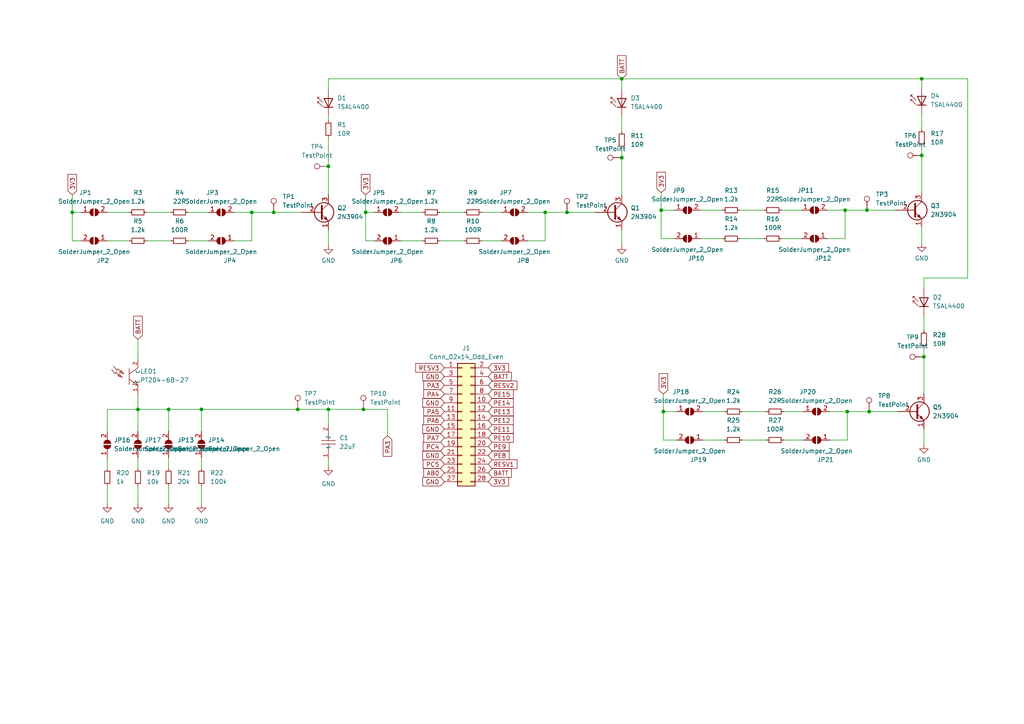
<source format=kicad_sch>
(kicad_sch (version 20230121) (generator eeschema)

  (uuid 57db29ec-dddd-40be-a029-383c834571c6)

  (paper "A4")

  (lib_symbols
    (symbol "Connector:TestPoint" (pin_numbers hide) (pin_names (offset 0.762) hide) (in_bom yes) (on_board yes)
      (property "Reference" "TP" (at 0 6.858 0)
        (effects (font (size 1.27 1.27)))
      )
      (property "Value" "TestPoint" (at 0 5.08 0)
        (effects (font (size 1.27 1.27)))
      )
      (property "Footprint" "" (at 5.08 0 0)
        (effects (font (size 1.27 1.27)) hide)
      )
      (property "Datasheet" "~" (at 5.08 0 0)
        (effects (font (size 1.27 1.27)) hide)
      )
      (property "ki_keywords" "test point tp" (at 0 0 0)
        (effects (font (size 1.27 1.27)) hide)
      )
      (property "ki_description" "test point" (at 0 0 0)
        (effects (font (size 1.27 1.27)) hide)
      )
      (property "ki_fp_filters" "Pin* Test*" (at 0 0 0)
        (effects (font (size 1.27 1.27)) hide)
      )
      (symbol "TestPoint_0_1"
        (circle (center 0 3.302) (radius 0.762)
          (stroke (width 0) (type default))
          (fill (type none))
        )
      )
      (symbol "TestPoint_1_1"
        (pin passive line (at 0 0 90) (length 2.54)
          (name "1" (effects (font (size 1.27 1.27))))
          (number "1" (effects (font (size 1.27 1.27))))
        )
      )
    )
    (symbol "Connector_Generic:Conn_02x14_Odd_Even" (pin_names (offset 1.016) hide) (in_bom yes) (on_board yes)
      (property "Reference" "J" (at 1.27 17.78 0)
        (effects (font (size 1.27 1.27)))
      )
      (property "Value" "Conn_02x14_Odd_Even" (at 1.27 -20.32 0)
        (effects (font (size 1.27 1.27)))
      )
      (property "Footprint" "" (at 0 0 0)
        (effects (font (size 1.27 1.27)) hide)
      )
      (property "Datasheet" "~" (at 0 0 0)
        (effects (font (size 1.27 1.27)) hide)
      )
      (property "ki_keywords" "connector" (at 0 0 0)
        (effects (font (size 1.27 1.27)) hide)
      )
      (property "ki_description" "Generic connector, double row, 02x14, odd/even pin numbering scheme (row 1 odd numbers, row 2 even numbers), script generated (kicad-library-utils/schlib/autogen/connector/)" (at 0 0 0)
        (effects (font (size 1.27 1.27)) hide)
      )
      (property "ki_fp_filters" "Connector*:*_2x??_*" (at 0 0 0)
        (effects (font (size 1.27 1.27)) hide)
      )
      (symbol "Conn_02x14_Odd_Even_1_1"
        (rectangle (start -1.27 -17.653) (end 0 -17.907)
          (stroke (width 0.1524) (type default))
          (fill (type none))
        )
        (rectangle (start -1.27 -15.113) (end 0 -15.367)
          (stroke (width 0.1524) (type default))
          (fill (type none))
        )
        (rectangle (start -1.27 -12.573) (end 0 -12.827)
          (stroke (width 0.1524) (type default))
          (fill (type none))
        )
        (rectangle (start -1.27 -10.033) (end 0 -10.287)
          (stroke (width 0.1524) (type default))
          (fill (type none))
        )
        (rectangle (start -1.27 -7.493) (end 0 -7.747)
          (stroke (width 0.1524) (type default))
          (fill (type none))
        )
        (rectangle (start -1.27 -4.953) (end 0 -5.207)
          (stroke (width 0.1524) (type default))
          (fill (type none))
        )
        (rectangle (start -1.27 -2.413) (end 0 -2.667)
          (stroke (width 0.1524) (type default))
          (fill (type none))
        )
        (rectangle (start -1.27 0.127) (end 0 -0.127)
          (stroke (width 0.1524) (type default))
          (fill (type none))
        )
        (rectangle (start -1.27 2.667) (end 0 2.413)
          (stroke (width 0.1524) (type default))
          (fill (type none))
        )
        (rectangle (start -1.27 5.207) (end 0 4.953)
          (stroke (width 0.1524) (type default))
          (fill (type none))
        )
        (rectangle (start -1.27 7.747) (end 0 7.493)
          (stroke (width 0.1524) (type default))
          (fill (type none))
        )
        (rectangle (start -1.27 10.287) (end 0 10.033)
          (stroke (width 0.1524) (type default))
          (fill (type none))
        )
        (rectangle (start -1.27 12.827) (end 0 12.573)
          (stroke (width 0.1524) (type default))
          (fill (type none))
        )
        (rectangle (start -1.27 15.367) (end 0 15.113)
          (stroke (width 0.1524) (type default))
          (fill (type none))
        )
        (rectangle (start -1.27 16.51) (end 3.81 -19.05)
          (stroke (width 0.254) (type default))
          (fill (type background))
        )
        (rectangle (start 3.81 -17.653) (end 2.54 -17.907)
          (stroke (width 0.1524) (type default))
          (fill (type none))
        )
        (rectangle (start 3.81 -15.113) (end 2.54 -15.367)
          (stroke (width 0.1524) (type default))
          (fill (type none))
        )
        (rectangle (start 3.81 -12.573) (end 2.54 -12.827)
          (stroke (width 0.1524) (type default))
          (fill (type none))
        )
        (rectangle (start 3.81 -10.033) (end 2.54 -10.287)
          (stroke (width 0.1524) (type default))
          (fill (type none))
        )
        (rectangle (start 3.81 -7.493) (end 2.54 -7.747)
          (stroke (width 0.1524) (type default))
          (fill (type none))
        )
        (rectangle (start 3.81 -4.953) (end 2.54 -5.207)
          (stroke (width 0.1524) (type default))
          (fill (type none))
        )
        (rectangle (start 3.81 -2.413) (end 2.54 -2.667)
          (stroke (width 0.1524) (type default))
          (fill (type none))
        )
        (rectangle (start 3.81 0.127) (end 2.54 -0.127)
          (stroke (width 0.1524) (type default))
          (fill (type none))
        )
        (rectangle (start 3.81 2.667) (end 2.54 2.413)
          (stroke (width 0.1524) (type default))
          (fill (type none))
        )
        (rectangle (start 3.81 5.207) (end 2.54 4.953)
          (stroke (width 0.1524) (type default))
          (fill (type none))
        )
        (rectangle (start 3.81 7.747) (end 2.54 7.493)
          (stroke (width 0.1524) (type default))
          (fill (type none))
        )
        (rectangle (start 3.81 10.287) (end 2.54 10.033)
          (stroke (width 0.1524) (type default))
          (fill (type none))
        )
        (rectangle (start 3.81 12.827) (end 2.54 12.573)
          (stroke (width 0.1524) (type default))
          (fill (type none))
        )
        (rectangle (start 3.81 15.367) (end 2.54 15.113)
          (stroke (width 0.1524) (type default))
          (fill (type none))
        )
        (pin passive line (at -5.08 15.24 0) (length 3.81)
          (name "Pin_1" (effects (font (size 1.27 1.27))))
          (number "1" (effects (font (size 1.27 1.27))))
        )
        (pin passive line (at 7.62 5.08 180) (length 3.81)
          (name "Pin_10" (effects (font (size 1.27 1.27))))
          (number "10" (effects (font (size 1.27 1.27))))
        )
        (pin passive line (at -5.08 2.54 0) (length 3.81)
          (name "Pin_11" (effects (font (size 1.27 1.27))))
          (number "11" (effects (font (size 1.27 1.27))))
        )
        (pin passive line (at 7.62 2.54 180) (length 3.81)
          (name "Pin_12" (effects (font (size 1.27 1.27))))
          (number "12" (effects (font (size 1.27 1.27))))
        )
        (pin passive line (at -5.08 0 0) (length 3.81)
          (name "Pin_13" (effects (font (size 1.27 1.27))))
          (number "13" (effects (font (size 1.27 1.27))))
        )
        (pin passive line (at 7.62 0 180) (length 3.81)
          (name "Pin_14" (effects (font (size 1.27 1.27))))
          (number "14" (effects (font (size 1.27 1.27))))
        )
        (pin passive line (at -5.08 -2.54 0) (length 3.81)
          (name "Pin_15" (effects (font (size 1.27 1.27))))
          (number "15" (effects (font (size 1.27 1.27))))
        )
        (pin passive line (at 7.62 -2.54 180) (length 3.81)
          (name "Pin_16" (effects (font (size 1.27 1.27))))
          (number "16" (effects (font (size 1.27 1.27))))
        )
        (pin passive line (at -5.08 -5.08 0) (length 3.81)
          (name "Pin_17" (effects (font (size 1.27 1.27))))
          (number "17" (effects (font (size 1.27 1.27))))
        )
        (pin passive line (at 7.62 -5.08 180) (length 3.81)
          (name "Pin_18" (effects (font (size 1.27 1.27))))
          (number "18" (effects (font (size 1.27 1.27))))
        )
        (pin passive line (at -5.08 -7.62 0) (length 3.81)
          (name "Pin_19" (effects (font (size 1.27 1.27))))
          (number "19" (effects (font (size 1.27 1.27))))
        )
        (pin passive line (at 7.62 15.24 180) (length 3.81)
          (name "Pin_2" (effects (font (size 1.27 1.27))))
          (number "2" (effects (font (size 1.27 1.27))))
        )
        (pin passive line (at 7.62 -7.62 180) (length 3.81)
          (name "Pin_20" (effects (font (size 1.27 1.27))))
          (number "20" (effects (font (size 1.27 1.27))))
        )
        (pin passive line (at -5.08 -10.16 0) (length 3.81)
          (name "Pin_21" (effects (font (size 1.27 1.27))))
          (number "21" (effects (font (size 1.27 1.27))))
        )
        (pin passive line (at 7.62 -10.16 180) (length 3.81)
          (name "Pin_22" (effects (font (size 1.27 1.27))))
          (number "22" (effects (font (size 1.27 1.27))))
        )
        (pin passive line (at -5.08 -12.7 0) (length 3.81)
          (name "Pin_23" (effects (font (size 1.27 1.27))))
          (number "23" (effects (font (size 1.27 1.27))))
        )
        (pin passive line (at 7.62 -12.7 180) (length 3.81)
          (name "Pin_24" (effects (font (size 1.27 1.27))))
          (number "24" (effects (font (size 1.27 1.27))))
        )
        (pin passive line (at -5.08 -15.24 0) (length 3.81)
          (name "Pin_25" (effects (font (size 1.27 1.27))))
          (number "25" (effects (font (size 1.27 1.27))))
        )
        (pin passive line (at 7.62 -15.24 180) (length 3.81)
          (name "Pin_26" (effects (font (size 1.27 1.27))))
          (number "26" (effects (font (size 1.27 1.27))))
        )
        (pin passive line (at -5.08 -17.78 0) (length 3.81)
          (name "Pin_27" (effects (font (size 1.27 1.27))))
          (number "27" (effects (font (size 1.27 1.27))))
        )
        (pin passive line (at 7.62 -17.78 180) (length 3.81)
          (name "Pin_28" (effects (font (size 1.27 1.27))))
          (number "28" (effects (font (size 1.27 1.27))))
        )
        (pin passive line (at -5.08 12.7 0) (length 3.81)
          (name "Pin_3" (effects (font (size 1.27 1.27))))
          (number "3" (effects (font (size 1.27 1.27))))
        )
        (pin passive line (at 7.62 12.7 180) (length 3.81)
          (name "Pin_4" (effects (font (size 1.27 1.27))))
          (number "4" (effects (font (size 1.27 1.27))))
        )
        (pin passive line (at -5.08 10.16 0) (length 3.81)
          (name "Pin_5" (effects (font (size 1.27 1.27))))
          (number "5" (effects (font (size 1.27 1.27))))
        )
        (pin passive line (at 7.62 10.16 180) (length 3.81)
          (name "Pin_6" (effects (font (size 1.27 1.27))))
          (number "6" (effects (font (size 1.27 1.27))))
        )
        (pin passive line (at -5.08 7.62 0) (length 3.81)
          (name "Pin_7" (effects (font (size 1.27 1.27))))
          (number "7" (effects (font (size 1.27 1.27))))
        )
        (pin passive line (at 7.62 7.62 180) (length 3.81)
          (name "Pin_8" (effects (font (size 1.27 1.27))))
          (number "8" (effects (font (size 1.27 1.27))))
        )
        (pin passive line (at -5.08 5.08 0) (length 3.81)
          (name "Pin_9" (effects (font (size 1.27 1.27))))
          (number "9" (effects (font (size 1.27 1.27))))
        )
      )
    )
    (symbol "Device:R_Small" (pin_numbers hide) (pin_names (offset 0.254) hide) (in_bom yes) (on_board yes)
      (property "Reference" "R" (at 0.762 0.508 0)
        (effects (font (size 1.27 1.27)) (justify left))
      )
      (property "Value" "R_Small" (at 0.762 -1.016 0)
        (effects (font (size 1.27 1.27)) (justify left))
      )
      (property "Footprint" "" (at 0 0 0)
        (effects (font (size 1.27 1.27)) hide)
      )
      (property "Datasheet" "~" (at 0 0 0)
        (effects (font (size 1.27 1.27)) hide)
      )
      (property "ki_keywords" "R resistor" (at 0 0 0)
        (effects (font (size 1.27 1.27)) hide)
      )
      (property "ki_description" "Resistor, small symbol" (at 0 0 0)
        (effects (font (size 1.27 1.27)) hide)
      )
      (property "ki_fp_filters" "R_*" (at 0 0 0)
        (effects (font (size 1.27 1.27)) hide)
      )
      (symbol "R_Small_0_1"
        (rectangle (start -0.762 1.778) (end 0.762 -1.778)
          (stroke (width 0.2032) (type default))
          (fill (type none))
        )
      )
      (symbol "R_Small_1_1"
        (pin passive line (at 0 2.54 270) (length 0.762)
          (name "~" (effects (font (size 1.27 1.27))))
          (number "1" (effects (font (size 1.27 1.27))))
        )
        (pin passive line (at 0 -2.54 90) (length 0.762)
          (name "~" (effects (font (size 1.27 1.27))))
          (number "2" (effects (font (size 1.27 1.27))))
        )
      )
    )
    (symbol "Jumper:SolderJumper_2_Open" (pin_names (offset 0) hide) (in_bom yes) (on_board yes)
      (property "Reference" "JP" (at 0 2.032 0)
        (effects (font (size 1.27 1.27)))
      )
      (property "Value" "SolderJumper_2_Open" (at 0 -2.54 0)
        (effects (font (size 1.27 1.27)))
      )
      (property "Footprint" "" (at 0 0 0)
        (effects (font (size 1.27 1.27)) hide)
      )
      (property "Datasheet" "~" (at 0 0 0)
        (effects (font (size 1.27 1.27)) hide)
      )
      (property "ki_keywords" "solder jumper SPST" (at 0 0 0)
        (effects (font (size 1.27 1.27)) hide)
      )
      (property "ki_description" "Solder Jumper, 2-pole, open" (at 0 0 0)
        (effects (font (size 1.27 1.27)) hide)
      )
      (property "ki_fp_filters" "SolderJumper*Open*" (at 0 0 0)
        (effects (font (size 1.27 1.27)) hide)
      )
      (symbol "SolderJumper_2_Open_0_1"
        (arc (start -0.254 1.016) (mid -1.2656 0) (end -0.254 -1.016)
          (stroke (width 0) (type default))
          (fill (type none))
        )
        (arc (start -0.254 1.016) (mid -1.2656 0) (end -0.254 -1.016)
          (stroke (width 0) (type default))
          (fill (type outline))
        )
        (polyline
          (pts
            (xy -0.254 1.016)
            (xy -0.254 -1.016)
          )
          (stroke (width 0) (type default))
          (fill (type none))
        )
        (polyline
          (pts
            (xy 0.254 1.016)
            (xy 0.254 -1.016)
          )
          (stroke (width 0) (type default))
          (fill (type none))
        )
        (arc (start 0.254 -1.016) (mid 1.2656 0) (end 0.254 1.016)
          (stroke (width 0) (type default))
          (fill (type none))
        )
        (arc (start 0.254 -1.016) (mid 1.2656 0) (end 0.254 1.016)
          (stroke (width 0) (type default))
          (fill (type outline))
        )
      )
      (symbol "SolderJumper_2_Open_1_1"
        (pin passive line (at -3.81 0 0) (length 2.54)
          (name "A" (effects (font (size 1.27 1.27))))
          (number "1" (effects (font (size 1.27 1.27))))
        )
        (pin passive line (at 3.81 0 180) (length 2.54)
          (name "B" (effects (font (size 1.27 1.27))))
          (number "2" (effects (font (size 1.27 1.27))))
        )
      )
    )
    (symbol "LED:TSAL4400" (pin_numbers hide) (pin_names (offset 1.016) hide) (in_bom yes) (on_board yes)
      (property "Reference" "D" (at 0.508 1.778 0)
        (effects (font (size 1.27 1.27)) (justify left))
      )
      (property "Value" "TSAL4400" (at -1.016 -2.794 0)
        (effects (font (size 1.27 1.27)))
      )
      (property "Footprint" "LED_THT:LED_D3.0mm_IRBlack" (at 0 4.445 0)
        (effects (font (size 1.27 1.27)) hide)
      )
      (property "Datasheet" "http://www.vishay.com/docs/81006/tsal4400.pdf" (at -1.27 0 0)
        (effects (font (size 1.27 1.27)) hide)
      )
      (property "ki_keywords" "opto IR LED" (at 0 0 0)
        (effects (font (size 1.27 1.27)) hide)
      )
      (property "ki_description" "Infrared LED , 3mm LED package" (at 0 0 0)
        (effects (font (size 1.27 1.27)) hide)
      )
      (property "ki_fp_filters" "LED*3.0mm*IRBlack*" (at 0 0 0)
        (effects (font (size 1.27 1.27)) hide)
      )
      (symbol "TSAL4400_0_1"
        (polyline
          (pts
            (xy -2.54 1.27)
            (xy -2.54 -1.27)
          )
          (stroke (width 0.254) (type default))
          (fill (type none))
        )
        (polyline
          (pts
            (xy 0 0)
            (xy -2.54 0)
          )
          (stroke (width 0) (type default))
          (fill (type none))
        )
        (polyline
          (pts
            (xy 0.381 3.175)
            (xy -0.127 3.175)
          )
          (stroke (width 0) (type default))
          (fill (type none))
        )
        (polyline
          (pts
            (xy -1.143 1.651)
            (xy 0.381 3.175)
            (xy 0.381 2.667)
          )
          (stroke (width 0) (type default))
          (fill (type none))
        )
        (polyline
          (pts
            (xy 0 1.27)
            (xy -2.54 0)
            (xy 0 -1.27)
            (xy 0 1.27)
          )
          (stroke (width 0.254) (type default))
          (fill (type none))
        )
        (polyline
          (pts
            (xy -2.413 1.651)
            (xy -0.889 3.175)
            (xy -0.889 2.667)
            (xy -0.889 3.175)
            (xy -1.397 3.175)
          )
          (stroke (width 0) (type default))
          (fill (type none))
        )
      )
      (symbol "TSAL4400_1_1"
        (pin passive line (at -5.08 0 0) (length 2.54)
          (name "K" (effects (font (size 1.27 1.27))))
          (number "1" (effects (font (size 1.27 1.27))))
        )
        (pin passive line (at 2.54 0 180) (length 2.54)
          (name "A" (effects (font (size 1.27 1.27))))
          (number "2" (effects (font (size 1.27 1.27))))
        )
      )
    )
    (symbol "My_new_symbol_lib:CL21A226MAQNNNE" (in_bom yes) (on_board yes)
      (property "Reference" "C" (at 0 1.27 0)
        (effects (font (size 1.27 1.27)))
      )
      (property "Value" "CL21A226MAQNNNE" (at 0 -2.54 0)
        (effects (font (size 1.27 1.27)))
      )
      (property "Footprint" "My_footprint_lib:C0805" (at 0 -10.16 0)
        (effects (font (size 1.27 1.27) italic) hide)
      )
      (property "Datasheet" "https://item.szlcsc.com/373011.html" (at -2.286 0.127 0)
        (effects (font (size 1.27 1.27)) (justify left) hide)
      )
      (property "LCSC" "C45783" (at 0 0 0)
        (effects (font (size 1.27 1.27)) hide)
      )
      (property "ki_keywords" "C45783" (at 0 0 0)
        (effects (font (size 1.27 1.27)) hide)
      )
      (symbol "CL21A226MAQNNNE_0_1"
        (polyline
          (pts
            (xy -0.508 -2.032)
            (xy -0.508 2.032)
          )
          (stroke (width 0) (type default))
          (fill (type none))
        )
        (polyline
          (pts
            (xy -0.508 0)
            (xy -2.54 0)
          )
          (stroke (width 0) (type default))
          (fill (type none))
        )
        (polyline
          (pts
            (xy 0.508 2.032)
            (xy 0.508 -2.032)
          )
          (stroke (width 0) (type default))
          (fill (type none))
        )
        (polyline
          (pts
            (xy 2.54 0)
            (xy 0.508 0)
          )
          (stroke (width 0) (type default))
          (fill (type none))
        )
        (pin unspecified line (at -5.08 0 0) (length 2.54)
          (name "1" (effects (font (size 1 1))))
          (number "1" (effects (font (size 1 1))))
        )
        (pin unspecified line (at 5.08 0 180) (length 2.54)
          (name "2" (effects (font (size 1 1))))
          (number "2" (effects (font (size 1 1))))
        )
      )
    )
    (symbol "My_new_symbol_lib:PT204-6B-27" (in_bom yes) (on_board yes)
      (property "Reference" "LED" (at 0 1.27 0)
        (effects (font (size 1.27 1.27)))
      )
      (property "Value" "PT204-6B-27" (at 0 -2.54 0)
        (effects (font (size 1.27 1.27)))
      )
      (property "Footprint" "My_footprint_lib:LED-TH_BD4.0-P2.54-RD" (at 0 -10.16 0)
        (effects (font (size 1.27 1.27) italic) hide)
      )
      (property "Datasheet" "https://item.szlcsc.com/378456.html" (at -2.286 0.127 0)
        (effects (font (size 1.27 1.27)) (justify left) hide)
      )
      (property "LCSC" "C142324" (at 0 0 0)
        (effects (font (size 1.27 1.27)) hide)
      )
      (property "ki_keywords" "C142324" (at 0 0 0)
        (effects (font (size 1.27 1.27)) hide)
      )
      (symbol "PT204-6B-27_0_1"
        (polyline
          (pts
            (xy 1.27 -0.762)
            (xy 3.81 -2.54)
          )
          (stroke (width 0) (type default))
          (fill (type none))
        )
        (polyline
          (pts
            (xy 1.27 2.286)
            (xy 1.27 -2.286)
          )
          (stroke (width 0) (type default))
          (fill (type none))
        )
        (polyline
          (pts
            (xy 3.81 2.54)
            (xy 1.27 0.762)
          )
          (stroke (width 0) (type default))
          (fill (type none))
        )
        (polyline
          (pts
            (xy -1.27 0)
            (xy -2.54 1.27)
            (xy -2.794 0.762)
            (xy -3.81 2.032)
          )
          (stroke (width 0) (type default))
          (fill (type none))
        )
        (polyline
          (pts
            (xy -0.762 -0.254)
            (xy -1.524 0.762)
            (xy -2.032 0.254)
            (xy -0.762 -0.254)
          )
          (stroke (width 0) (type default))
          (fill (type background))
        )
        (polyline
          (pts
            (xy -0.762 1.016)
            (xy -2.032 2.286)
            (xy -2.286 1.778)
            (xy -3.302 3.048)
          )
          (stroke (width 0) (type default))
          (fill (type none))
        )
        (polyline
          (pts
            (xy -0.254 0.762)
            (xy -1.016 1.778)
            (xy -1.524 1.27)
            (xy -0.254 0.762)
          )
          (stroke (width 0) (type default))
          (fill (type background))
        )
        (polyline
          (pts
            (xy 3.81 -2.54)
            (xy 3.048 -1.27)
            (xy 2.286 -2.286)
            (xy 3.81 -2.54)
          )
          (stroke (width 0) (type default))
          (fill (type background))
        )
        (pin unspecified line (at 3.81 -5.08 90) (length 2.54)
          (name "E" (effects (font (size 1 1))))
          (number "1" (effects (font (size 1 1))))
        )
        (pin unspecified line (at 3.81 5.08 270) (length 2.54)
          (name "C" (effects (font (size 1 1))))
          (number "2" (effects (font (size 1 1))))
        )
      )
    )
    (symbol "Transistor_BJT:2N3904" (pin_names (offset 0) hide) (in_bom yes) (on_board yes)
      (property "Reference" "Q" (at 5.08 1.905 0)
        (effects (font (size 1.27 1.27)) (justify left))
      )
      (property "Value" "2N3904" (at 5.08 0 0)
        (effects (font (size 1.27 1.27)) (justify left))
      )
      (property "Footprint" "Package_TO_SOT_THT:TO-92_Inline" (at 5.08 -1.905 0)
        (effects (font (size 1.27 1.27) italic) (justify left) hide)
      )
      (property "Datasheet" "https://www.onsemi.com/pub/Collateral/2N3903-D.PDF" (at 0 0 0)
        (effects (font (size 1.27 1.27)) (justify left) hide)
      )
      (property "ki_keywords" "NPN Transistor" (at 0 0 0)
        (effects (font (size 1.27 1.27)) hide)
      )
      (property "ki_description" "0.2A Ic, 40V Vce, Small Signal NPN Transistor, TO-92" (at 0 0 0)
        (effects (font (size 1.27 1.27)) hide)
      )
      (property "ki_fp_filters" "TO?92*" (at 0 0 0)
        (effects (font (size 1.27 1.27)) hide)
      )
      (symbol "2N3904_0_1"
        (polyline
          (pts
            (xy 0.635 0.635)
            (xy 2.54 2.54)
          )
          (stroke (width 0) (type default))
          (fill (type none))
        )
        (polyline
          (pts
            (xy 0.635 -0.635)
            (xy 2.54 -2.54)
            (xy 2.54 -2.54)
          )
          (stroke (width 0) (type default))
          (fill (type none))
        )
        (polyline
          (pts
            (xy 0.635 1.905)
            (xy 0.635 -1.905)
            (xy 0.635 -1.905)
          )
          (stroke (width 0.508) (type default))
          (fill (type none))
        )
        (polyline
          (pts
            (xy 1.27 -1.778)
            (xy 1.778 -1.27)
            (xy 2.286 -2.286)
            (xy 1.27 -1.778)
            (xy 1.27 -1.778)
          )
          (stroke (width 0) (type default))
          (fill (type outline))
        )
        (circle (center 1.27 0) (radius 2.8194)
          (stroke (width 0.254) (type default))
          (fill (type none))
        )
      )
      (symbol "2N3904_1_1"
        (pin passive line (at 2.54 -5.08 90) (length 2.54)
          (name "E" (effects (font (size 1.27 1.27))))
          (number "1" (effects (font (size 1.27 1.27))))
        )
        (pin passive line (at -5.08 0 0) (length 5.715)
          (name "B" (effects (font (size 1.27 1.27))))
          (number "2" (effects (font (size 1.27 1.27))))
        )
        (pin passive line (at 2.54 5.08 270) (length 2.54)
          (name "C" (effects (font (size 1.27 1.27))))
          (number "3" (effects (font (size 1.27 1.27))))
        )
      )
    )
    (symbol "power:GND" (power) (pin_names (offset 0)) (in_bom yes) (on_board yes)
      (property "Reference" "#PWR" (at 0 -6.35 0)
        (effects (font (size 1.27 1.27)) hide)
      )
      (property "Value" "GND" (at 0 -3.81 0)
        (effects (font (size 1.27 1.27)))
      )
      (property "Footprint" "" (at 0 0 0)
        (effects (font (size 1.27 1.27)) hide)
      )
      (property "Datasheet" "" (at 0 0 0)
        (effects (font (size 1.27 1.27)) hide)
      )
      (property "ki_keywords" "global power" (at 0 0 0)
        (effects (font (size 1.27 1.27)) hide)
      )
      (property "ki_description" "Power symbol creates a global label with name \"GND\" , ground" (at 0 0 0)
        (effects (font (size 1.27 1.27)) hide)
      )
      (symbol "GND_0_1"
        (polyline
          (pts
            (xy 0 0)
            (xy 0 -1.27)
            (xy 1.27 -1.27)
            (xy 0 -2.54)
            (xy -1.27 -1.27)
            (xy 0 -1.27)
          )
          (stroke (width 0) (type default))
          (fill (type none))
        )
      )
      (symbol "GND_1_1"
        (pin power_in line (at 0 0 270) (length 0) hide
          (name "GND" (effects (font (size 1.27 1.27))))
          (number "1" (effects (font (size 1.27 1.27))))
        )
      )
    )
  )

  (junction (at 267.335 45.085) (diameter 0) (color 0 0 0 0)
    (uuid 0e343882-a790-4768-b36e-0cf336897712)
  )
  (junction (at 251.46 60.96) (diameter 0) (color 0 0 0 0)
    (uuid 119e5bee-e4be-48d2-8c97-8532b68af8e9)
  )
  (junction (at 164.465 61.595) (diameter 0) (color 0 0 0 0)
    (uuid 16c39cbc-a9c6-4b4f-9846-523726540932)
  )
  (junction (at 73.025 61.595) (diameter 0) (color 0 0 0 0)
    (uuid 1914d091-f154-481a-9e4b-e269c919fac3)
  )
  (junction (at 40.005 118.745) (diameter 0) (color 0 0 0 0)
    (uuid 26b81cca-781a-4dbc-abeb-e93eb968b698)
  )
  (junction (at 158.115 61.595) (diameter 0) (color 0 0 0 0)
    (uuid 26b832fe-cfde-4b48-a9e8-1dbb2f25c7d3)
  )
  (junction (at 95.25 48.26) (diameter 0) (color 0 0 0 0)
    (uuid 2a80fd84-f569-4fe2-ae71-33d4856ccd7a)
  )
  (junction (at 105.41 118.745) (diameter 0) (color 0 0 0 0)
    (uuid 2f4bb596-eb40-4fbf-94f2-79526c592a1e)
  )
  (junction (at 95.25 118.745) (diameter 0) (color 0 0 0 0)
    (uuid 2f7b9fd9-5c21-47e2-ba41-a89fab765764)
  )
  (junction (at 252.095 119.38) (diameter 0) (color 0 0 0 0)
    (uuid 2fd9a21a-0194-4304-b80c-54eeb58d5d79)
  )
  (junction (at 267.97 103.505) (diameter 0) (color 0 0 0 0)
    (uuid 365506bc-0c1e-4469-81ec-9bae0c0cf5cb)
  )
  (junction (at 58.42 118.745) (diameter 0) (color 0 0 0 0)
    (uuid 40528918-da6c-4828-9e85-e016ccdc77f7)
  )
  (junction (at 267.335 22.86) (diameter 0) (color 0 0 0 0)
    (uuid 4a8a3db3-a5b3-4ebe-b705-c7617c1d5737)
  )
  (junction (at 245.745 119.38) (diameter 0) (color 0 0 0 0)
    (uuid 4dc1a146-b2bd-4a9b-b351-803fb88b9594)
  )
  (junction (at 191.77 60.96) (diameter 0) (color 0 0 0 0)
    (uuid 50f45f9f-4942-43e3-adce-fa3564262036)
  )
  (junction (at 245.11 60.96) (diameter 0) (color 0 0 0 0)
    (uuid 5a7dc73d-bf39-4453-ae7b-afb717f12bfd)
  )
  (junction (at 86.36 118.745) (diameter 0) (color 0 0 0 0)
    (uuid 7b66e867-4494-4754-886b-0536dc2fe4d1)
  )
  (junction (at 48.895 118.745) (diameter 0) (color 0 0 0 0)
    (uuid 880b3c02-26c9-44f1-8b36-b2c73d53d9e5)
  )
  (junction (at 180.34 22.86) (diameter 0) (color 0 0 0 0)
    (uuid 9fa85743-efa2-4339-8da5-11cf29394b55)
  )
  (junction (at 192.405 119.38) (diameter 0) (color 0 0 0 0)
    (uuid ae55a21d-1121-4ade-b4c6-f9e253552a05)
  )
  (junction (at 20.955 61.595) (diameter 0) (color 0 0 0 0)
    (uuid d6293cbb-88d2-4e22-ad6a-7ee9796b5e89)
  )
  (junction (at 180.34 45.72) (diameter 0) (color 0 0 0 0)
    (uuid d6d31c4e-8a8c-4cc2-affe-61fa5b969d17)
  )
  (junction (at 79.375 61.595) (diameter 0) (color 0 0 0 0)
    (uuid e9ba30c1-da46-41e2-92af-9a94884fe82e)
  )
  (junction (at 106.045 61.595) (diameter 0) (color 0 0 0 0)
    (uuid f19fb1f2-7de5-4bf5-aacc-8f2898a7e45d)
  )

  (wire (pts (xy 42.545 61.595) (xy 49.53 61.595))
    (stroke (width 0) (type default))
    (uuid 01524c27-a372-4d76-b50a-a4502b082e07)
  )
  (wire (pts (xy 215.265 127.635) (xy 222.25 127.635))
    (stroke (width 0) (type default))
    (uuid 05629891-9783-4fa8-b480-bc3612b42684)
  )
  (wire (pts (xy 40.005 114.3) (xy 40.005 118.745))
    (stroke (width 0) (type default))
    (uuid 074e3059-3624-4b58-8009-d9a03e07bd91)
  )
  (wire (pts (xy 54.61 69.85) (xy 60.325 69.85))
    (stroke (width 0) (type default))
    (uuid 0876e2f8-88e4-4c92-afe8-5cd0d99dad3a)
  )
  (wire (pts (xy 106.045 69.85) (xy 108.585 69.85))
    (stroke (width 0) (type default))
    (uuid 09b21a24-ed3c-4878-a879-499168647875)
  )
  (wire (pts (xy 31.115 132.715) (xy 31.115 135.89))
    (stroke (width 0) (type default))
    (uuid 09e893a2-c97a-46e6-9930-e4c087e95f19)
  )
  (wire (pts (xy 215.265 119.38) (xy 222.25 119.38))
    (stroke (width 0) (type default))
    (uuid 0d02923b-64e7-4c01-a621-aa1f28f56718)
  )
  (wire (pts (xy 280.67 22.86) (xy 280.67 80.645))
    (stroke (width 0) (type default))
    (uuid 13038bd7-b926-4138-8854-8dc927d05de1)
  )
  (wire (pts (xy 48.895 140.97) (xy 48.895 146.05))
    (stroke (width 0) (type default))
    (uuid 145f17d4-71ce-477b-93c5-e99e34c22f5e)
  )
  (wire (pts (xy 158.115 61.595) (xy 164.465 61.595))
    (stroke (width 0) (type default))
    (uuid 1afc537e-6171-4dbf-a61c-291b1cc25e76)
  )
  (wire (pts (xy 48.895 132.715) (xy 48.895 135.89))
    (stroke (width 0) (type default))
    (uuid 1b73fe3c-a6b9-411c-8002-2a2797ff2fee)
  )
  (wire (pts (xy 40.005 98.425) (xy 40.005 104.14))
    (stroke (width 0) (type default))
    (uuid 1bc039a6-46d0-4efd-b4a3-06d141d07cd9)
  )
  (wire (pts (xy 267.97 100.965) (xy 267.97 103.505))
    (stroke (width 0) (type default))
    (uuid 1d19df37-eb6a-4531-b7dd-66eaa5ed039d)
  )
  (wire (pts (xy 48.895 118.745) (xy 58.42 118.745))
    (stroke (width 0) (type default))
    (uuid 215bc691-d028-4727-ac98-7b15f53e8bef)
  )
  (wire (pts (xy 95.25 118.745) (xy 105.41 118.745))
    (stroke (width 0) (type default))
    (uuid 22ac0acd-9b5d-4a6d-81f8-e2870cafae02)
  )
  (wire (pts (xy 267.335 22.86) (xy 280.67 22.86))
    (stroke (width 0) (type default))
    (uuid 23a326fd-f3da-4a41-985d-540fadb88ca1)
  )
  (wire (pts (xy 192.405 114.3) (xy 192.405 119.38))
    (stroke (width 0) (type default))
    (uuid 25790ee5-0030-407b-b5e3-f57461266af7)
  )
  (wire (pts (xy 95.25 133.35) (xy 95.25 135.255))
    (stroke (width 0) (type default))
    (uuid 277f6502-1a83-4b5f-be4f-3bb8a473c745)
  )
  (wire (pts (xy 40.005 118.745) (xy 48.895 118.745))
    (stroke (width 0) (type default))
    (uuid 27fac8f7-e529-4b9c-a1ad-c44628af9dfa)
  )
  (wire (pts (xy 267.335 42.545) (xy 267.335 45.085))
    (stroke (width 0) (type default))
    (uuid 29edf3db-7e65-43e7-a77f-eda95f3ef0d0)
  )
  (wire (pts (xy 158.115 69.85) (xy 158.115 61.595))
    (stroke (width 0) (type default))
    (uuid 2a8997aa-04f1-4155-8fab-9c66d91cf142)
  )
  (wire (pts (xy 31.115 61.595) (xy 37.465 61.595))
    (stroke (width 0) (type default))
    (uuid 2b002754-56d0-4631-b8e9-24c7a9232d54)
  )
  (wire (pts (xy 139.7 61.595) (xy 145.415 61.595))
    (stroke (width 0) (type default))
    (uuid 2c32757b-cb12-4c7f-bb0a-43ea98bd68c4)
  )
  (wire (pts (xy 127.635 69.85) (xy 134.62 69.85))
    (stroke (width 0) (type default))
    (uuid 305f80a3-26f2-46e6-bff4-ad02263c57a8)
  )
  (wire (pts (xy 226.695 69.215) (xy 232.41 69.215))
    (stroke (width 0) (type default))
    (uuid 32b1f6cd-8915-4208-86e6-6aca381c0f68)
  )
  (wire (pts (xy 240.665 127.635) (xy 245.745 127.635))
    (stroke (width 0) (type default))
    (uuid 3491b703-4907-463a-99dd-83a39f1eb8c3)
  )
  (wire (pts (xy 164.465 61.595) (xy 172.72 61.595))
    (stroke (width 0) (type default))
    (uuid 3c274981-5e39-4385-90ea-c1644d5552de)
  )
  (wire (pts (xy 267.335 33.02) (xy 267.335 37.465))
    (stroke (width 0) (type default))
    (uuid 3d307cae-bd8b-454d-b9f7-a45411b3d3e0)
  )
  (wire (pts (xy 95.25 118.745) (xy 95.25 123.19))
    (stroke (width 0) (type default))
    (uuid 40e9d52b-fa4a-4194-96f9-c01787e94f46)
  )
  (wire (pts (xy 116.205 61.595) (xy 122.555 61.595))
    (stroke (width 0) (type default))
    (uuid 45181f08-fd46-4d05-95b8-cf914ca45903)
  )
  (wire (pts (xy 180.34 22.86) (xy 267.335 22.86))
    (stroke (width 0) (type default))
    (uuid 467356cf-3ef4-425d-bbf2-ee1e885d460b)
  )
  (wire (pts (xy 267.97 103.505) (xy 267.97 114.3))
    (stroke (width 0) (type default))
    (uuid 473f475f-3796-4f15-aaad-3d7c6c4df943)
  )
  (wire (pts (xy 191.77 55.88) (xy 191.77 60.96))
    (stroke (width 0) (type default))
    (uuid 4cd75cf3-cdce-43d2-98a2-19faf4c48ce3)
  )
  (wire (pts (xy 214.63 60.96) (xy 221.615 60.96))
    (stroke (width 0) (type default))
    (uuid 4fb1e7bc-695f-4ab5-b8a3-63d38ea12733)
  )
  (wire (pts (xy 40.005 132.715) (xy 40.005 135.89))
    (stroke (width 0) (type default))
    (uuid 50c4b06a-4f42-4bf1-8158-e584eab34d76)
  )
  (wire (pts (xy 180.34 22.86) (xy 180.34 26.035))
    (stroke (width 0) (type default))
    (uuid 51e6ca2b-9530-4d99-9c25-cc949931943f)
  )
  (wire (pts (xy 240.03 60.96) (xy 245.11 60.96))
    (stroke (width 0) (type default))
    (uuid 53067233-d1ea-4e5f-8d21-8a51a1123cf3)
  )
  (wire (pts (xy 79.375 61.595) (xy 87.63 61.595))
    (stroke (width 0) (type default))
    (uuid 560ddda9-4a77-4e89-b768-b6617185010d)
  )
  (wire (pts (xy 58.42 118.745) (xy 58.42 125.095))
    (stroke (width 0) (type default))
    (uuid 572979fe-efd7-435a-a94a-8c694ebeedbf)
  )
  (wire (pts (xy 227.33 127.635) (xy 233.045 127.635))
    (stroke (width 0) (type default))
    (uuid 57eb0112-6a72-4374-893a-80cbd79fe359)
  )
  (wire (pts (xy 245.11 60.96) (xy 251.46 60.96))
    (stroke (width 0) (type default))
    (uuid 5a5fe6db-80fe-4e9d-b1e0-4a8016e6fe3f)
  )
  (wire (pts (xy 106.045 61.595) (xy 106.045 69.85))
    (stroke (width 0) (type default))
    (uuid 5b8737c7-1092-4b24-bc3f-af0358c9db5b)
  )
  (wire (pts (xy 267.97 91.44) (xy 267.97 95.885))
    (stroke (width 0) (type default))
    (uuid 5eb82c00-50c8-49d8-b03d-4dc0d41e5897)
  )
  (wire (pts (xy 20.955 61.595) (xy 20.955 69.85))
    (stroke (width 0) (type default))
    (uuid 60b1a492-9102-4d3e-a4b9-a00b4a3fbda9)
  )
  (wire (pts (xy 95.25 22.86) (xy 180.34 22.86))
    (stroke (width 0) (type default))
    (uuid 624c855c-9afb-4e9c-b9f2-a96b47026d7b)
  )
  (wire (pts (xy 20.955 61.595) (xy 23.495 61.595))
    (stroke (width 0) (type default))
    (uuid 6264c70c-ad36-4820-a9ac-30df3d779fc6)
  )
  (wire (pts (xy 86.36 118.745) (xy 95.25 118.745))
    (stroke (width 0) (type default))
    (uuid 62eb16cb-ce18-4729-b082-5ec730428f52)
  )
  (wire (pts (xy 267.335 45.085) (xy 267.335 55.88))
    (stroke (width 0) (type default))
    (uuid 6460a9d2-a844-4194-a11a-8bc1e3b64620)
  )
  (wire (pts (xy 267.97 124.46) (xy 267.97 128.905))
    (stroke (width 0) (type default))
    (uuid 6ce3e436-6baf-42a9-8feb-d42a01e52543)
  )
  (wire (pts (xy 67.945 69.85) (xy 73.025 69.85))
    (stroke (width 0) (type default))
    (uuid 702c96d1-6518-4dee-83a1-23d8d58b5ef1)
  )
  (wire (pts (xy 112.395 118.745) (xy 112.395 126.365))
    (stroke (width 0) (type default))
    (uuid 70956d01-ae99-4c8b-a59c-55fb0ea7bfac)
  )
  (wire (pts (xy 203.2 69.215) (xy 209.55 69.215))
    (stroke (width 0) (type default))
    (uuid 7192bc74-b2da-4957-a2e3-9bd5c3a6c0d7)
  )
  (wire (pts (xy 105.41 118.745) (xy 112.395 118.745))
    (stroke (width 0) (type default))
    (uuid 73634b75-4ea9-493e-a5f8-fde13b5d67a3)
  )
  (wire (pts (xy 95.25 66.675) (xy 95.25 71.12))
    (stroke (width 0) (type default))
    (uuid 750b30e3-3377-4d0f-8b19-101edd1b0716)
  )
  (wire (pts (xy 95.25 40.005) (xy 95.25 48.26))
    (stroke (width 0) (type default))
    (uuid 759fd72e-d0b1-492b-a5e5-1622fad23536)
  )
  (wire (pts (xy 95.25 22.86) (xy 95.25 26.035))
    (stroke (width 0) (type default))
    (uuid 7905b824-c064-4a4b-8654-1e75b5f8d719)
  )
  (wire (pts (xy 203.835 119.38) (xy 210.185 119.38))
    (stroke (width 0) (type default))
    (uuid 7f47fd4c-12f8-466c-a44a-b0ad4e4a6dd7)
  )
  (wire (pts (xy 153.035 61.595) (xy 158.115 61.595))
    (stroke (width 0) (type default))
    (uuid 81943551-b299-48d6-8b77-4667b8df42bd)
  )
  (wire (pts (xy 153.035 69.85) (xy 158.115 69.85))
    (stroke (width 0) (type default))
    (uuid 83d1ef13-8d99-4eff-b04f-2d3c30c21cd0)
  )
  (wire (pts (xy 73.025 69.85) (xy 73.025 61.595))
    (stroke (width 0) (type default))
    (uuid 86b997d3-d079-4b0f-ba30-9e2e21dc5dc1)
  )
  (wire (pts (xy 106.045 56.515) (xy 106.045 61.595))
    (stroke (width 0) (type default))
    (uuid 8b9249ce-4f1b-4d30-94f0-0c412a891ee9)
  )
  (wire (pts (xy 58.42 132.715) (xy 58.42 135.89))
    (stroke (width 0) (type default))
    (uuid 9a93655b-2a29-40e5-a461-c3603599ee84)
  )
  (wire (pts (xy 214.63 69.215) (xy 221.615 69.215))
    (stroke (width 0) (type default))
    (uuid 9bc3bbe7-3219-4dea-b865-6ff08ce1f674)
  )
  (wire (pts (xy 20.955 56.515) (xy 20.955 61.595))
    (stroke (width 0) (type default))
    (uuid 9c92e451-6814-438e-9547-009ef075c550)
  )
  (wire (pts (xy 203.835 127.635) (xy 210.185 127.635))
    (stroke (width 0) (type default))
    (uuid 9e55734a-996d-4dc9-a4f7-abfa50c2e90e)
  )
  (wire (pts (xy 227.33 119.38) (xy 233.045 119.38))
    (stroke (width 0) (type default))
    (uuid a28a5aa3-06bb-4287-9ad5-0fc7339f558e)
  )
  (wire (pts (xy 191.77 60.96) (xy 195.58 60.96))
    (stroke (width 0) (type default))
    (uuid a3eab5cd-dc22-42d1-8c0e-88b2020db569)
  )
  (wire (pts (xy 31.115 140.97) (xy 31.115 146.05))
    (stroke (width 0) (type default))
    (uuid a4dc7a5e-7565-4500-bc9e-894e7c305a6d)
  )
  (wire (pts (xy 240.665 119.38) (xy 245.745 119.38))
    (stroke (width 0) (type default))
    (uuid a68a58b5-1fb0-4ae9-9fab-baef42d6d7f5)
  )
  (wire (pts (xy 245.745 119.38) (xy 252.095 119.38))
    (stroke (width 0) (type default))
    (uuid a9fbc5cc-a393-4d64-be47-8b6fb1b40e14)
  )
  (wire (pts (xy 280.67 80.645) (xy 267.97 80.645))
    (stroke (width 0) (type default))
    (uuid aebc5632-dbc8-4f49-9228-ecc351ca5190)
  )
  (wire (pts (xy 116.205 69.85) (xy 122.555 69.85))
    (stroke (width 0) (type default))
    (uuid b366d07c-846d-4d37-b445-b91bb8e76d7e)
  )
  (wire (pts (xy 54.61 61.595) (xy 60.325 61.595))
    (stroke (width 0) (type default))
    (uuid b3faea71-b525-440b-aa21-7293f8f3c497)
  )
  (wire (pts (xy 192.405 119.38) (xy 192.405 127.635))
    (stroke (width 0) (type default))
    (uuid b50a601e-84fe-480e-a00a-9b3f62490ada)
  )
  (wire (pts (xy 251.46 60.96) (xy 259.715 60.96))
    (stroke (width 0) (type default))
    (uuid b8b1d4b5-2084-4c88-bf9d-4bdda8730e63)
  )
  (wire (pts (xy 42.545 69.85) (xy 49.53 69.85))
    (stroke (width 0) (type default))
    (uuid b9d2e80b-2543-4d3b-969b-4db913250db1)
  )
  (wire (pts (xy 203.2 60.96) (xy 209.55 60.96))
    (stroke (width 0) (type default))
    (uuid bb5f7bc4-625f-4ad9-a38a-de5e743ae1a2)
  )
  (wire (pts (xy 40.005 118.745) (xy 31.115 118.745))
    (stroke (width 0) (type default))
    (uuid bef5ce0d-835e-459a-8fc7-474bd6949e8e)
  )
  (wire (pts (xy 191.77 60.96) (xy 191.77 69.215))
    (stroke (width 0) (type default))
    (uuid c2fa4a10-1499-4474-a32e-ae0bececf765)
  )
  (wire (pts (xy 139.7 69.85) (xy 145.415 69.85))
    (stroke (width 0) (type default))
    (uuid c49caab4-19a3-4548-a57e-1affad91e63f)
  )
  (wire (pts (xy 240.03 69.215) (xy 245.11 69.215))
    (stroke (width 0) (type default))
    (uuid c707537f-59af-43d9-a05a-6ef395af2b2f)
  )
  (wire (pts (xy 267.97 80.645) (xy 267.97 83.82))
    (stroke (width 0) (type default))
    (uuid caa7481a-f6a3-4f83-90c4-494b7b0550d5)
  )
  (wire (pts (xy 180.34 33.655) (xy 180.34 38.1))
    (stroke (width 0) (type default))
    (uuid cb285184-f10f-4849-93ba-dee588b1e2ab)
  )
  (wire (pts (xy 67.945 61.595) (xy 73.025 61.595))
    (stroke (width 0) (type default))
    (uuid cb85d65d-9478-45b0-a655-342a41a109de)
  )
  (wire (pts (xy 58.42 118.745) (xy 86.36 118.745))
    (stroke (width 0) (type default))
    (uuid ce727950-4db1-4fe8-b6cf-0d4611302277)
  )
  (wire (pts (xy 95.25 48.26) (xy 95.25 56.515))
    (stroke (width 0) (type default))
    (uuid cf322a51-be11-433d-90da-907933a8d9d9)
  )
  (wire (pts (xy 192.405 127.635) (xy 196.215 127.635))
    (stroke (width 0) (type default))
    (uuid d40ae8e5-4d38-41b3-a1bc-88909432a7d8)
  )
  (wire (pts (xy 106.045 61.595) (xy 108.585 61.595))
    (stroke (width 0) (type default))
    (uuid d6f09ec3-9f26-4117-997a-6e0d80654d2f)
  )
  (wire (pts (xy 127.635 61.595) (xy 134.62 61.595))
    (stroke (width 0) (type default))
    (uuid d832735a-e65a-41ef-a72c-254474f57b2b)
  )
  (wire (pts (xy 267.335 66.04) (xy 267.335 70.485))
    (stroke (width 0) (type default))
    (uuid d9b6fd38-ebb8-4229-927a-c7f9be610220)
  )
  (wire (pts (xy 180.34 43.18) (xy 180.34 45.72))
    (stroke (width 0) (type default))
    (uuid dacad751-3381-4920-83c4-0eeb30409e0b)
  )
  (wire (pts (xy 245.11 69.215) (xy 245.11 60.96))
    (stroke (width 0) (type default))
    (uuid dbbea326-d03e-4f36-b055-845111d6f471)
  )
  (wire (pts (xy 31.115 69.85) (xy 37.465 69.85))
    (stroke (width 0) (type default))
    (uuid df35ca00-d469-449c-94db-cf90d5bb68e8)
  )
  (wire (pts (xy 226.695 60.96) (xy 232.41 60.96))
    (stroke (width 0) (type default))
    (uuid e063a703-b6ba-4a14-ba26-34a1bad9fb7b)
  )
  (wire (pts (xy 191.77 69.215) (xy 195.58 69.215))
    (stroke (width 0) (type default))
    (uuid e0c09c67-c0d6-4488-afe3-0c8b8b100b1b)
  )
  (wire (pts (xy 40.005 118.745) (xy 40.005 125.095))
    (stroke (width 0) (type default))
    (uuid e49712b9-9380-494c-b82f-cfd85ffbaaa8)
  )
  (wire (pts (xy 20.955 69.85) (xy 23.495 69.85))
    (stroke (width 0) (type default))
    (uuid e51c7847-b674-4017-b75e-bf3270e496fb)
  )
  (wire (pts (xy 192.405 119.38) (xy 196.215 119.38))
    (stroke (width 0) (type default))
    (uuid ea9b1012-0b4a-4cc9-8186-4acc2c468af3)
  )
  (wire (pts (xy 95.25 33.655) (xy 95.25 34.925))
    (stroke (width 0) (type default))
    (uuid ead89a93-e02f-48b9-b178-e0cea4af98dd)
  )
  (wire (pts (xy 58.42 140.97) (xy 58.42 146.05))
    (stroke (width 0) (type default))
    (uuid eb005477-5f92-4047-8e4c-2386a91a555d)
  )
  (wire (pts (xy 31.115 118.745) (xy 31.115 125.095))
    (stroke (width 0) (type default))
    (uuid eba97c36-75bb-4f3c-97d8-bfcdb4bbb27d)
  )
  (wire (pts (xy 267.335 22.86) (xy 267.335 25.4))
    (stroke (width 0) (type default))
    (uuid ebad52ae-51c6-47eb-b482-18206724e34f)
  )
  (wire (pts (xy 180.34 66.675) (xy 180.34 71.12))
    (stroke (width 0) (type default))
    (uuid ef3c05b3-c421-4df4-bb7e-c1f16df3aeb0)
  )
  (wire (pts (xy 180.34 45.72) (xy 180.34 56.515))
    (stroke (width 0) (type default))
    (uuid ef44b9e0-7c28-4f23-ae75-79f93887ae93)
  )
  (wire (pts (xy 40.005 140.97) (xy 40.005 146.05))
    (stroke (width 0) (type default))
    (uuid f0ebf8cb-60a3-43f9-a01b-122197b33e51)
  )
  (wire (pts (xy 73.025 61.595) (xy 79.375 61.595))
    (stroke (width 0) (type default))
    (uuid f37f8ea8-7f04-451a-8a2c-fdb692e85948)
  )
  (wire (pts (xy 252.095 119.38) (xy 260.35 119.38))
    (stroke (width 0) (type default))
    (uuid f39c5a35-0ee2-44d7-9618-72e8bb5f385b)
  )
  (wire (pts (xy 245.745 127.635) (xy 245.745 119.38))
    (stroke (width 0) (type default))
    (uuid f696fbf0-198e-4327-88c2-68e773300005)
  )
  (wire (pts (xy 48.895 118.745) (xy 48.895 125.095))
    (stroke (width 0) (type default))
    (uuid f9d34a5b-9e71-4370-9954-82ff1ac44880)
  )

  (global_label "GND" (shape input) (at 128.905 139.7 180) (fields_autoplaced)
    (effects (font (size 1.27 1.27)) (justify right))
    (uuid 003b7d12-35fd-4aa4-9b0a-f048b6bc52b4)
    (property "Intersheetrefs" "${INTERSHEET_REFS}" (at 122.0493 139.7 0)
      (effects (font (size 1.27 1.27)) (justify right) hide)
    )
  )
  (global_label "PE8" (shape input) (at 141.605 132.08 0) (fields_autoplaced)
    (effects (font (size 1.27 1.27)) (justify left))
    (uuid 0052252a-43d0-4bd7-a03a-77fef3200c65)
    (property "Intersheetrefs" "${INTERSHEET_REFS}" (at 148.2187 132.08 0)
      (effects (font (size 1.27 1.27)) (justify left) hide)
    )
  )
  (global_label "3V3" (shape input) (at 106.045 56.515 90) (fields_autoplaced)
    (effects (font (size 1.27 1.27)) (justify left))
    (uuid 0ea54ebd-edac-453d-977b-b0cac3705627)
    (property "Intersheetrefs" "${INTERSHEET_REFS}" (at 106.045 50.0222 90)
      (effects (font (size 1.27 1.27)) (justify left) hide)
    )
  )
  (global_label "PA4" (shape input) (at 128.905 114.3 180) (fields_autoplaced)
    (effects (font (size 1.27 1.27)) (justify right))
    (uuid 115b4d9a-0916-4f24-9aaa-07f5003cf2dd)
    (property "Intersheetrefs" "${INTERSHEET_REFS}" (at 122.3517 114.3 0)
      (effects (font (size 1.27 1.27)) (justify right) hide)
    )
  )
  (global_label "3V3" (shape input) (at 192.405 114.3 90) (fields_autoplaced)
    (effects (font (size 1.27 1.27)) (justify left))
    (uuid 1c834401-4e39-451c-a745-d73a273c0aa6)
    (property "Intersheetrefs" "${INTERSHEET_REFS}" (at 192.405 107.8072 90)
      (effects (font (size 1.27 1.27)) (justify left) hide)
    )
  )
  (global_label "PE11" (shape input) (at 141.605 124.46 0) (fields_autoplaced)
    (effects (font (size 1.27 1.27)) (justify left))
    (uuid 1dd89c45-0bf9-42e2-9d05-2a2922120289)
    (property "Intersheetrefs" "${INTERSHEET_REFS}" (at 149.4282 124.46 0)
      (effects (font (size 1.27 1.27)) (justify left) hide)
    )
  )
  (global_label "BATT" (shape input) (at 141.605 109.22 0) (fields_autoplaced)
    (effects (font (size 1.27 1.27)) (justify left))
    (uuid 1eb8ddd3-a2e4-481c-951d-0f73d837c209)
    (property "Intersheetrefs" "${INTERSHEET_REFS}" (at 148.884 109.22 0)
      (effects (font (size 1.27 1.27)) (justify left) hide)
    )
  )
  (global_label "PA3" (shape input) (at 128.905 111.76 180) (fields_autoplaced)
    (effects (font (size 1.27 1.27)) (justify right))
    (uuid 2c382f6f-e96e-4921-90fe-5eb784206fd5)
    (property "Intersheetrefs" "${INTERSHEET_REFS}" (at 122.3517 111.76 0)
      (effects (font (size 1.27 1.27)) (justify right) hide)
    )
  )
  (global_label "RESV2" (shape input) (at 141.605 111.76 0) (fields_autoplaced)
    (effects (font (size 1.27 1.27)) (justify left))
    (uuid 3669469c-d257-4e75-b749-71e1efe537f2)
    (property "Intersheetrefs" "${INTERSHEET_REFS}" (at 150.5168 111.76 0)
      (effects (font (size 1.27 1.27)) (justify left) hide)
    )
  )
  (global_label "PE14" (shape input) (at 141.605 116.84 0) (fields_autoplaced)
    (effects (font (size 1.27 1.27)) (justify left))
    (uuid 382cce4a-74df-486b-a2d0-5ebadde9d3e1)
    (property "Intersheetrefs" "${INTERSHEET_REFS}" (at 149.4282 116.84 0)
      (effects (font (size 1.27 1.27)) (justify left) hide)
    )
  )
  (global_label "PA5" (shape input) (at 128.905 119.38 180) (fields_autoplaced)
    (effects (font (size 1.27 1.27)) (justify right))
    (uuid 478edc51-540a-4afa-9cfa-0cdf4f011bc7)
    (property "Intersheetrefs" "${INTERSHEET_REFS}" (at 122.3517 119.38 0)
      (effects (font (size 1.27 1.27)) (justify right) hide)
    )
  )
  (global_label "PA7" (shape input) (at 128.905 127 180) (fields_autoplaced)
    (effects (font (size 1.27 1.27)) (justify right))
    (uuid 485917df-243f-4b36-9667-66ff77b4c58b)
    (property "Intersheetrefs" "${INTERSHEET_REFS}" (at 122.3517 127 0)
      (effects (font (size 1.27 1.27)) (justify right) hide)
    )
  )
  (global_label "3V3" (shape input) (at 191.77 55.88 90) (fields_autoplaced)
    (effects (font (size 1.27 1.27)) (justify left))
    (uuid 4f3ab11c-11a9-46de-8597-b020d6520351)
    (property "Intersheetrefs" "${INTERSHEET_REFS}" (at 191.77 49.3872 90)
      (effects (font (size 1.27 1.27)) (justify left) hide)
    )
  )
  (global_label "3V3" (shape input) (at 141.605 139.7 0) (fields_autoplaced)
    (effects (font (size 1.27 1.27)) (justify left))
    (uuid 50374297-a3fb-4f8b-b4fd-1b7d0834a6f1)
    (property "Intersheetrefs" "${INTERSHEET_REFS}" (at 148.0978 139.7 0)
      (effects (font (size 1.27 1.27)) (justify left) hide)
    )
  )
  (global_label "PE13" (shape input) (at 141.605 119.38 0) (fields_autoplaced)
    (effects (font (size 1.27 1.27)) (justify left))
    (uuid 5a6ef58c-17ba-4ecd-bbe9-32f2b75435c5)
    (property "Intersheetrefs" "${INTERSHEET_REFS}" (at 149.4282 119.38 0)
      (effects (font (size 1.27 1.27)) (justify left) hide)
    )
  )
  (global_label "RESV3" (shape input) (at 128.905 106.68 180) (fields_autoplaced)
    (effects (font (size 1.27 1.27)) (justify right))
    (uuid 63b62486-43e9-4991-ab22-e64f45fbecde)
    (property "Intersheetrefs" "${INTERSHEET_REFS}" (at 119.9932 106.68 0)
      (effects (font (size 1.27 1.27)) (justify right) hide)
    )
  )
  (global_label "PA3" (shape input) (at 112.395 126.365 270) (fields_autoplaced)
    (effects (font (size 1.27 1.27)) (justify right))
    (uuid 6ec304f6-70da-467f-bc62-03329b39af44)
    (property "Intersheetrefs" "${INTERSHEET_REFS}" (at 112.395 132.9183 90)
      (effects (font (size 1.27 1.27)) (justify right) hide)
    )
  )
  (global_label "PA6" (shape input) (at 128.905 121.92 180) (fields_autoplaced)
    (effects (font (size 1.27 1.27)) (justify right))
    (uuid 778be516-d297-4b59-8599-9c8ce51307a1)
    (property "Intersheetrefs" "${INTERSHEET_REFS}" (at 122.3517 121.92 0)
      (effects (font (size 1.27 1.27)) (justify right) hide)
    )
  )
  (global_label "PE9" (shape input) (at 141.605 129.54 0) (fields_autoplaced)
    (effects (font (size 1.27 1.27)) (justify left))
    (uuid 8e684943-3398-495c-9b2d-39283c2208b2)
    (property "Intersheetrefs" "${INTERSHEET_REFS}" (at 148.2187 129.54 0)
      (effects (font (size 1.27 1.27)) (justify left) hide)
    )
  )
  (global_label "PE10" (shape input) (at 141.605 127 0) (fields_autoplaced)
    (effects (font (size 1.27 1.27)) (justify left))
    (uuid 9c1c7074-1f71-45db-bb20-9e69c9e778d3)
    (property "Intersheetrefs" "${INTERSHEET_REFS}" (at 149.4282 127 0)
      (effects (font (size 1.27 1.27)) (justify left) hide)
    )
  )
  (global_label "BATT" (shape input) (at 180.34 22.86 90) (fields_autoplaced)
    (effects (font (size 1.27 1.27)) (justify left))
    (uuid ab782407-dfcb-4cf7-a306-cb0b822f214f)
    (property "Intersheetrefs" "${INTERSHEET_REFS}" (at 180.34 15.581 90)
      (effects (font (size 1.27 1.27)) (justify left) hide)
    )
  )
  (global_label "BATT" (shape input) (at 40.005 98.425 90) (fields_autoplaced)
    (effects (font (size 1.27 1.27)) (justify left))
    (uuid ab9a4b11-623a-429c-a996-488699d3b007)
    (property "Intersheetrefs" "${INTERSHEET_REFS}" (at 40.005 91.146 90)
      (effects (font (size 1.27 1.27)) (justify left) hide)
    )
  )
  (global_label "3V3" (shape input) (at 20.955 56.515 90) (fields_autoplaced)
    (effects (font (size 1.27 1.27)) (justify left))
    (uuid ad09a689-cc16-446e-9fa4-715f609550d5)
    (property "Intersheetrefs" "${INTERSHEET_REFS}" (at 20.955 50.0222 90)
      (effects (font (size 1.27 1.27)) (justify left) hide)
    )
  )
  (global_label "PC5" (shape input) (at 128.905 134.62 180) (fields_autoplaced)
    (effects (font (size 1.27 1.27)) (justify right))
    (uuid adaa9dcc-ce64-45e3-92ec-616cb4772378)
    (property "Intersheetrefs" "${INTERSHEET_REFS}" (at 122.1703 134.62 0)
      (effects (font (size 1.27 1.27)) (justify right) hide)
    )
  )
  (global_label "GND" (shape input) (at 128.905 109.22 180) (fields_autoplaced)
    (effects (font (size 1.27 1.27)) (justify right))
    (uuid b223df4c-3a27-4fe9-8069-dd7a2df2f73d)
    (property "Intersheetrefs" "${INTERSHEET_REFS}" (at 122.0493 109.22 0)
      (effects (font (size 1.27 1.27)) (justify right) hide)
    )
  )
  (global_label "GND" (shape input) (at 128.905 116.84 180) (fields_autoplaced)
    (effects (font (size 1.27 1.27)) (justify right))
    (uuid b6b0c08b-663d-4075-b442-0c7380d881f5)
    (property "Intersheetrefs" "${INTERSHEET_REFS}" (at 122.0493 116.84 0)
      (effects (font (size 1.27 1.27)) (justify right) hide)
    )
  )
  (global_label "PE15" (shape input) (at 141.605 114.3 0) (fields_autoplaced)
    (effects (font (size 1.27 1.27)) (justify left))
    (uuid bd5dd693-696a-4e51-9073-fea1a276bafb)
    (property "Intersheetrefs" "${INTERSHEET_REFS}" (at 149.4282 114.3 0)
      (effects (font (size 1.27 1.27)) (justify left) hide)
    )
  )
  (global_label "GND" (shape input) (at 128.905 132.08 180) (fields_autoplaced)
    (effects (font (size 1.27 1.27)) (justify right))
    (uuid c7291337-1949-4902-a5c2-a17646c24ee8)
    (property "Intersheetrefs" "${INTERSHEET_REFS}" (at 122.0493 132.08 0)
      (effects (font (size 1.27 1.27)) (justify right) hide)
    )
  )
  (global_label "3V3" (shape input) (at 141.605 106.68 0) (fields_autoplaced)
    (effects (font (size 1.27 1.27)) (justify left))
    (uuid cf29c9d1-971a-4d71-9f21-b08f8940911f)
    (property "Intersheetrefs" "${INTERSHEET_REFS}" (at 148.0978 106.68 0)
      (effects (font (size 1.27 1.27)) (justify left) hide)
    )
  )
  (global_label "PE12" (shape input) (at 141.605 121.92 0) (fields_autoplaced)
    (effects (font (size 1.27 1.27)) (justify left))
    (uuid e14082bf-43a0-467e-9736-6d40a4692dca)
    (property "Intersheetrefs" "${INTERSHEET_REFS}" (at 149.4282 121.92 0)
      (effects (font (size 1.27 1.27)) (justify left) hide)
    )
  )
  (global_label "BATT" (shape input) (at 141.605 137.16 0) (fields_autoplaced)
    (effects (font (size 1.27 1.27)) (justify left))
    (uuid e2d9e964-6ec6-4f1f-973e-86bd90f11bd4)
    (property "Intersheetrefs" "${INTERSHEET_REFS}" (at 148.884 137.16 0)
      (effects (font (size 1.27 1.27)) (justify left) hide)
    )
  )
  (global_label "RESV1" (shape input) (at 141.605 134.62 0) (fields_autoplaced)
    (effects (font (size 1.27 1.27)) (justify left))
    (uuid f3f3c996-3882-4852-b41f-5dd63d3ace7c)
    (property "Intersheetrefs" "${INTERSHEET_REFS}" (at 150.5168 134.62 0)
      (effects (font (size 1.27 1.27)) (justify left) hide)
    )
  )
  (global_label "AB0" (shape input) (at 128.905 137.16 180) (fields_autoplaced)
    (effects (font (size 1.27 1.27)) (justify right))
    (uuid f85720f1-1473-443f-bd49-188cf968d581)
    (property "Intersheetrefs" "${INTERSHEET_REFS}" (at 122.3517 137.16 0)
      (effects (font (size 1.27 1.27)) (justify right) hide)
    )
  )
  (global_label "PC4" (shape input) (at 128.905 129.54 180) (fields_autoplaced)
    (effects (font (size 1.27 1.27)) (justify right))
    (uuid fed95792-236b-48e7-abac-6c1756868acb)
    (property "Intersheetrefs" "${INTERSHEET_REFS}" (at 122.1703 129.54 0)
      (effects (font (size 1.27 1.27)) (justify right) hide)
    )
  )
  (global_label "GND" (shape input) (at 128.905 124.46 180) (fields_autoplaced)
    (effects (font (size 1.27 1.27)) (justify right))
    (uuid ff62bfd2-fbd1-487d-b367-d78535a04ffa)
    (property "Intersheetrefs" "${INTERSHEET_REFS}" (at 122.0493 124.46 0)
      (effects (font (size 1.27 1.27)) (justify right) hide)
    )
  )

  (symbol (lib_id "Jumper:SolderJumper_2_Open") (at 149.225 69.85 180) (unit 1)
    (in_bom yes) (on_board yes) (dnp no)
    (uuid 01fef8ab-fbfb-45e0-bf7f-d594f9d5030b)
    (property "Reference" "JP8" (at 151.765 75.565 0)
      (effects (font (size 1.27 1.27)))
    )
    (property "Value" "SolderJumper_2_Open" (at 149.225 73.025 0)
      (effects (font (size 1.27 1.27)))
    )
    (property "Footprint" "Jumper:SolderJumper-2_P1.3mm_Bridged2Bar_Pad1.0x1.5mm" (at 149.225 69.85 0)
      (effects (font (size 1.27 1.27)) hide)
    )
    (property "Datasheet" "~" (at 149.225 69.85 0)
      (effects (font (size 1.27 1.27)) hide)
    )
    (pin "1" (uuid c60e57d8-1662-45d9-9781-fe51958300c4))
    (pin "2" (uuid a314cf02-5ed8-443f-8a9d-e4f2b8550a82))
    (instances
      (project "Sensing_Subsystem_Group_8"
        (path "/57db29ec-dddd-40be-a029-383c834571c6"
          (reference "JP8") (unit 1)
        )
      )
    )
  )

  (symbol (lib_id "Jumper:SolderJumper_2_Open") (at 236.855 127.635 180) (unit 1)
    (in_bom yes) (on_board yes) (dnp no)
    (uuid 09fefa21-f7be-40ec-9c1d-befb2736b5d6)
    (property "Reference" "JP21" (at 239.395 133.35 0)
      (effects (font (size 1.27 1.27)))
    )
    (property "Value" "SolderJumper_2_Open" (at 236.855 130.81 0)
      (effects (font (size 1.27 1.27)))
    )
    (property "Footprint" "Jumper:SolderJumper-2_P1.3mm_Bridged2Bar_Pad1.0x1.5mm" (at 236.855 127.635 0)
      (effects (font (size 1.27 1.27)) hide)
    )
    (property "Datasheet" "~" (at 236.855 127.635 0)
      (effects (font (size 1.27 1.27)) hide)
    )
    (pin "1" (uuid 1e018fbf-0f1f-4732-ad1a-47e26dfb0b4f))
    (pin "2" (uuid 655f4aa0-2ad4-4339-beef-fdad72d6ca96))
    (instances
      (project "Sensing_Subsystem_Group_8"
        (path "/57db29ec-dddd-40be-a029-383c834571c6"
          (reference "JP21") (unit 1)
        )
      )
    )
  )

  (symbol (lib_id "Device:R_Small") (at 125.095 69.85 90) (unit 1)
    (in_bom yes) (on_board yes) (dnp no) (fields_autoplaced)
    (uuid 0acd0460-0b05-4d83-ac74-ebd50edc2868)
    (property "Reference" "R8" (at 125.095 64.135 90)
      (effects (font (size 1.27 1.27)))
    )
    (property "Value" "1.2k" (at 125.095 66.675 90)
      (effects (font (size 1.27 1.27)))
    )
    (property "Footprint" "Resistor_SMD:R_0201_0603Metric" (at 125.095 69.85 0)
      (effects (font (size 1.27 1.27)) hide)
    )
    (property "Datasheet" "~" (at 125.095 69.85 0)
      (effects (font (size 1.27 1.27)) hide)
    )
    (pin "1" (uuid ea9cc26a-7529-4631-a852-52675bee012d))
    (pin "2" (uuid cd63722b-88c1-42a7-99d3-be314f16027a))
    (instances
      (project "Sensing_Subsystem_Group_8"
        (path "/57db29ec-dddd-40be-a029-383c834571c6"
          (reference "R8") (unit 1)
        )
      )
    )
  )

  (symbol (lib_id "Jumper:SolderJumper_2_Open") (at 199.39 69.215 180) (unit 1)
    (in_bom yes) (on_board yes) (dnp no)
    (uuid 0c15ec6f-a17f-415f-9d3e-ccb665296198)
    (property "Reference" "JP10" (at 201.93 74.93 0)
      (effects (font (size 1.27 1.27)))
    )
    (property "Value" "SolderJumper_2_Open" (at 199.39 72.39 0)
      (effects (font (size 1.27 1.27)))
    )
    (property "Footprint" "Jumper:SolderJumper-2_P1.3mm_Bridged2Bar_Pad1.0x1.5mm" (at 199.39 69.215 0)
      (effects (font (size 1.27 1.27)) hide)
    )
    (property "Datasheet" "~" (at 199.39 69.215 0)
      (effects (font (size 1.27 1.27)) hide)
    )
    (pin "1" (uuid f2598608-abef-4085-a576-14efad4b6660))
    (pin "2" (uuid 9af65fdd-5481-44bc-b4b6-21ead81afb07))
    (instances
      (project "Sensing_Subsystem_Group_8"
        (path "/57db29ec-dddd-40be-a029-383c834571c6"
          (reference "JP10") (unit 1)
        )
      )
    )
  )

  (symbol (lib_id "Connector:TestPoint") (at 164.465 61.595 0) (unit 1)
    (in_bom yes) (on_board yes) (dnp no)
    (uuid 0d7e4d2f-75ae-4b26-b25c-5e3922203705)
    (property "Reference" "TP2" (at 167.005 57.023 0)
      (effects (font (size 1.27 1.27)) (justify left))
    )
    (property "Value" "TestPoint" (at 167.005 59.563 0)
      (effects (font (size 1.27 1.27)) (justify left))
    )
    (property "Footprint" "TestPoint:TestPoint_2Pads_Pitch2.54mm_Drill0.8mm" (at 169.545 61.595 0)
      (effects (font (size 1.27 1.27)) hide)
    )
    (property "Datasheet" "~" (at 169.545 61.595 0)
      (effects (font (size 1.27 1.27)) hide)
    )
    (pin "1" (uuid 26ecf554-1e8f-49bc-a445-7108a62d0ffb))
    (instances
      (project "Sensing_Subsystem_Group_8"
        (path "/57db29ec-dddd-40be-a029-383c834571c6"
          (reference "TP2") (unit 1)
        )
      )
    )
  )

  (symbol (lib_id "Device:R_Small") (at 40.005 61.595 90) (unit 1)
    (in_bom yes) (on_board yes) (dnp no) (fields_autoplaced)
    (uuid 16dccea7-b7f7-41b4-a4df-36a48b28fc68)
    (property "Reference" "R3" (at 40.005 55.88 90)
      (effects (font (size 1.27 1.27)))
    )
    (property "Value" "1.2k" (at 40.005 58.42 90)
      (effects (font (size 1.27 1.27)))
    )
    (property "Footprint" "Resistor_SMD:R_0201_0603Metric" (at 40.005 61.595 0)
      (effects (font (size 1.27 1.27)) hide)
    )
    (property "Datasheet" "~" (at 40.005 61.595 0)
      (effects (font (size 1.27 1.27)) hide)
    )
    (pin "1" (uuid de12256f-698f-4e6b-8d4a-1a55a9eacf72))
    (pin "2" (uuid f9df308d-ce87-47cb-ab7e-119a70c338d6))
    (instances
      (project "Sensing_Subsystem_Group_8"
        (path "/57db29ec-dddd-40be-a029-383c834571c6"
          (reference "R3") (unit 1)
        )
      )
    )
  )

  (symbol (lib_id "Connector:TestPoint") (at 105.41 118.745 0) (unit 1)
    (in_bom yes) (on_board yes) (dnp no) (fields_autoplaced)
    (uuid 218b141b-bfa2-4876-bf26-92f89a08583d)
    (property "Reference" "TP10" (at 107.315 114.173 0)
      (effects (font (size 1.27 1.27)) (justify left))
    )
    (property "Value" "TestPoint" (at 107.315 116.713 0)
      (effects (font (size 1.27 1.27)) (justify left))
    )
    (property "Footprint" "TestPoint:TestPoint_2Pads_Pitch2.54mm_Drill0.8mm" (at 110.49 118.745 0)
      (effects (font (size 1.27 1.27)) hide)
    )
    (property "Datasheet" "~" (at 110.49 118.745 0)
      (effects (font (size 1.27 1.27)) hide)
    )
    (pin "1" (uuid 99ddf45e-ff58-494e-b700-d9983fc87ac1))
    (instances
      (project "Sensing_Subsystem_Group_8"
        (path "/57db29ec-dddd-40be-a029-383c834571c6"
          (reference "TP10") (unit 1)
        )
      )
    )
  )

  (symbol (lib_id "Device:R_Small") (at 224.79 119.38 90) (unit 1)
    (in_bom yes) (on_board yes) (dnp no) (fields_autoplaced)
    (uuid 2194301f-9a38-4c47-b02e-4ff082935f42)
    (property "Reference" "R26" (at 224.79 113.665 90)
      (effects (font (size 1.27 1.27)))
    )
    (property "Value" "22R" (at 224.79 116.205 90)
      (effects (font (size 1.27 1.27)))
    )
    (property "Footprint" "Resistor_SMD:R_0201_0603Metric" (at 224.79 119.38 0)
      (effects (font (size 1.27 1.27)) hide)
    )
    (property "Datasheet" "~" (at 224.79 119.38 0)
      (effects (font (size 1.27 1.27)) hide)
    )
    (pin "2" (uuid 3341934f-a0c6-4cff-892d-66a6fea6d1e7))
    (pin "1" (uuid aa7c24c1-2a6e-4c55-b165-9675cd5ea392))
    (instances
      (project "Sensing_Subsystem_Group_8"
        (path "/57db29ec-dddd-40be-a029-383c834571c6"
          (reference "R26") (unit 1)
        )
      )
    )
  )

  (symbol (lib_id "Jumper:SolderJumper_2_Open") (at 64.135 69.85 180) (unit 1)
    (in_bom yes) (on_board yes) (dnp no)
    (uuid 22ec62eb-cd6f-43a5-8029-57aa986ff290)
    (property "Reference" "JP4" (at 66.675 75.565 0)
      (effects (font (size 1.27 1.27)))
    )
    (property "Value" "SolderJumper_2_Open" (at 64.135 73.025 0)
      (effects (font (size 1.27 1.27)))
    )
    (property "Footprint" "Jumper:SolderJumper-2_P1.3mm_Bridged2Bar_Pad1.0x1.5mm" (at 64.135 69.85 0)
      (effects (font (size 1.27 1.27)) hide)
    )
    (property "Datasheet" "~" (at 64.135 69.85 0)
      (effects (font (size 1.27 1.27)) hide)
    )
    (pin "1" (uuid c5f1e7bc-3288-4c2e-8451-9f53e9f606af))
    (pin "2" (uuid b63d46ce-ccb7-494a-9a87-a1d0bea983ed))
    (instances
      (project "Sensing_Subsystem_Group_8"
        (path "/57db29ec-dddd-40be-a029-383c834571c6"
          (reference "JP4") (unit 1)
        )
      )
    )
  )

  (symbol (lib_id "Connector:TestPoint") (at 252.095 119.38 0) (unit 1)
    (in_bom yes) (on_board yes) (dnp no)
    (uuid 23b22fe2-d59f-4197-9f8c-3e3b1f701ccb)
    (property "Reference" "TP8" (at 254.635 114.808 0)
      (effects (font (size 1.27 1.27)) (justify left))
    )
    (property "Value" "TestPoint" (at 254.635 117.348 0)
      (effects (font (size 1.27 1.27)) (justify left))
    )
    (property "Footprint" "TestPoint:TestPoint_2Pads_Pitch2.54mm_Drill0.8mm" (at 257.175 119.38 0)
      (effects (font (size 1.27 1.27)) hide)
    )
    (property "Datasheet" "~" (at 257.175 119.38 0)
      (effects (font (size 1.27 1.27)) hide)
    )
    (pin "1" (uuid 9ebbd8c7-67bd-413c-a387-f8c3ad055171))
    (instances
      (project "Sensing_Subsystem_Group_8"
        (path "/57db29ec-dddd-40be-a029-383c834571c6"
          (reference "TP8") (unit 1)
        )
      )
    )
  )

  (symbol (lib_id "Connector:TestPoint") (at 251.46 60.96 0) (unit 1)
    (in_bom yes) (on_board yes) (dnp no)
    (uuid 2433f0c6-d274-474d-bf4b-39a51514c5ab)
    (property "Reference" "TP3" (at 254 56.388 0)
      (effects (font (size 1.27 1.27)) (justify left))
    )
    (property "Value" "TestPoint" (at 254 58.928 0)
      (effects (font (size 1.27 1.27)) (justify left))
    )
    (property "Footprint" "TestPoint:TestPoint_2Pads_Pitch2.54mm_Drill0.8mm" (at 256.54 60.96 0)
      (effects (font (size 1.27 1.27)) hide)
    )
    (property "Datasheet" "~" (at 256.54 60.96 0)
      (effects (font (size 1.27 1.27)) hide)
    )
    (pin "1" (uuid c50c6f12-0f7c-4721-93f8-96f9148ada57))
    (instances
      (project "Sensing_Subsystem_Group_8"
        (path "/57db29ec-dddd-40be-a029-383c834571c6"
          (reference "TP3") (unit 1)
        )
      )
    )
  )

  (symbol (lib_id "Device:R_Small") (at 267.335 40.005 0) (unit 1)
    (in_bom yes) (on_board yes) (dnp no) (fields_autoplaced)
    (uuid 2758453e-3a45-4685-b73c-793fca8f5390)
    (property "Reference" "R17" (at 269.875 38.735 0)
      (effects (font (size 1.27 1.27)) (justify left))
    )
    (property "Value" "10R" (at 269.875 41.275 0)
      (effects (font (size 1.27 1.27)) (justify left))
    )
    (property "Footprint" "Resistor_SMD:R_0201_0603Metric" (at 267.335 40.005 0)
      (effects (font (size 1.27 1.27)) hide)
    )
    (property "Datasheet" "~" (at 267.335 40.005 0)
      (effects (font (size 1.27 1.27)) hide)
    )
    (pin "2" (uuid eb25f427-6400-4492-8b97-26be297ef89d))
    (pin "1" (uuid fa950e55-0382-45d5-b3ed-263b02176a12))
    (instances
      (project "Sensing_Subsystem_Group_8"
        (path "/57db29ec-dddd-40be-a029-383c834571c6"
          (reference "R17") (unit 1)
        )
      )
    )
  )

  (symbol (lib_id "Connector_Generic:Conn_02x14_Odd_Even") (at 133.985 121.92 0) (unit 1)
    (in_bom yes) (on_board yes) (dnp no) (fields_autoplaced)
    (uuid 38bfc293-10ec-4359-916f-c4fcddd1afd2)
    (property "Reference" "J1" (at 135.255 100.965 0)
      (effects (font (size 1.27 1.27)))
    )
    (property "Value" "Conn_02x14_Odd_Even" (at 135.255 103.505 0)
      (effects (font (size 1.27 1.27)))
    )
    (property "Footprint" "Connector_PinHeader_2.54mm:PinHeader_2x14_P2.54mm_Vertical" (at 133.985 121.92 0)
      (effects (font (size 1.27 1.27)) hide)
    )
    (property "Datasheet" "~" (at 133.985 121.92 0)
      (effects (font (size 1.27 1.27)) hide)
    )
    (pin "19" (uuid 617bc941-e38a-4d0d-aa56-5abd0833818b))
    (pin "20" (uuid 485cd4e8-45e4-4e8b-af8b-c63fe45ed25b))
    (pin "25" (uuid 2fb2f42e-a455-473c-a724-e3b46ab7946e))
    (pin "27" (uuid 27d59aa3-e11b-4b28-8de7-222080dc76e6))
    (pin "24" (uuid 306807d8-7f1d-4b2d-b5c5-61fcaeea8072))
    (pin "2" (uuid 7798e8de-4e48-46a1-9b6b-9cec254942fa))
    (pin "4" (uuid a5093432-43e8-488d-ba83-cdfcf8c21f0b))
    (pin "8" (uuid 641233e4-7ce0-4c36-b947-691389869435))
    (pin "5" (uuid da970b69-3384-4831-b48d-1da32ae39645))
    (pin "12" (uuid 75802698-0dc5-4e22-80a7-320810f5cef3))
    (pin "17" (uuid e0d8f8b7-c56a-408e-9049-930b2abff8b7))
    (pin "22" (uuid 16d07e0a-5ab0-4fc9-925a-c2efcc22c294))
    (pin "9" (uuid 4810c732-2c29-46b5-ac31-6b7d234f7f72))
    (pin "21" (uuid 995d9816-797c-45e7-b58b-45f729a11d4a))
    (pin "3" (uuid fe7797d7-13dd-4c68-8378-908017028a1f))
    (pin "13" (uuid 91cf185f-bc1e-40b8-8079-0951b2f5c45f))
    (pin "15" (uuid b2a2cc51-0435-4dca-b57e-94bcf8563f4b))
    (pin "11" (uuid adc03ca5-3c60-4b45-9bba-52bdfd2f8ba8))
    (pin "14" (uuid e1481315-3e3c-49d5-bbae-c1712da965e7))
    (pin "18" (uuid f999143b-cae9-41dc-bfe5-cba02e50bc8b))
    (pin "1" (uuid 8e69e7d4-75f3-4c79-94ca-21a3cf382ae5))
    (pin "23" (uuid 2df85bc8-eb0c-4bbd-a11e-bc3ad3c1239f))
    (pin "6" (uuid ec3d3f65-bfef-413e-b38d-9b4013b4fe23))
    (pin "16" (uuid d15653a6-ee6a-4fb1-a3ce-baa07d29227e))
    (pin "26" (uuid 22a73a04-7beb-458c-a0a9-dfc80c798441))
    (pin "28" (uuid 57922e39-cc25-481d-8484-dd678ff24c7a))
    (pin "7" (uuid 810b0bf1-c35e-4447-9b4b-3258e57060ea))
    (pin "10" (uuid f4351ee6-2c57-4c8a-94e1-6d38bcd4dfd3))
    (instances
      (project "Sensing_Subsystem_Group_8"
        (path "/57db29ec-dddd-40be-a029-383c834571c6"
          (reference "J1") (unit 1)
        )
      )
    )
  )

  (symbol (lib_id "Connector:TestPoint") (at 79.375 61.595 0) (unit 1)
    (in_bom yes) (on_board yes) (dnp no)
    (uuid 3b3d2fd3-3a3d-411d-a057-a2dd0fb9cfb7)
    (property "Reference" "TP1" (at 81.915 57.023 0)
      (effects (font (size 1.27 1.27)) (justify left))
    )
    (property "Value" "TestPoint" (at 81.915 59.563 0)
      (effects (font (size 1.27 1.27)) (justify left))
    )
    (property "Footprint" "TestPoint:TestPoint_2Pads_Pitch2.54mm_Drill0.8mm" (at 84.455 61.595 0)
      (effects (font (size 1.27 1.27)) hide)
    )
    (property "Datasheet" "~" (at 84.455 61.595 0)
      (effects (font (size 1.27 1.27)) hide)
    )
    (pin "1" (uuid a20a000e-f02a-400d-9214-029dfec91aa0))
    (instances
      (project "Sensing_Subsystem_Group_8"
        (path "/57db29ec-dddd-40be-a029-383c834571c6"
          (reference "TP1") (unit 1)
        )
      )
    )
  )

  (symbol (lib_id "Jumper:SolderJumper_2_Open") (at 40.005 128.905 90) (unit 1)
    (in_bom yes) (on_board yes) (dnp no) (fields_autoplaced)
    (uuid 3caadb11-07e0-4393-90a9-06de272a1206)
    (property "Reference" "JP17" (at 41.91 127.635 90)
      (effects (font (size 1.27 1.27)) (justify right))
    )
    (property "Value" "SolderJumper_2_Open" (at 41.91 130.175 90)
      (effects (font (size 1.27 1.27)) (justify right))
    )
    (property "Footprint" "Jumper:SolderJumper-2_P1.3mm_Bridged2Bar_Pad1.0x1.5mm" (at 40.005 128.905 0)
      (effects (font (size 1.27 1.27)) hide)
    )
    (property "Datasheet" "~" (at 40.005 128.905 0)
      (effects (font (size 1.27 1.27)) hide)
    )
    (pin "2" (uuid 709d70d0-211d-4690-b723-2dbc163c18a3))
    (pin "1" (uuid dfcdc00c-d7fe-440c-a3f4-4cf0d0fe1ec0))
    (instances
      (project "Sensing_Subsystem_Group_8"
        (path "/57db29ec-dddd-40be-a029-383c834571c6"
          (reference "JP17") (unit 1)
        )
      )
    )
  )

  (symbol (lib_id "Transistor_BJT:2N3904") (at 265.43 119.38 0) (unit 1)
    (in_bom yes) (on_board yes) (dnp no) (fields_autoplaced)
    (uuid 3e7fcf52-653a-493a-9a6a-ec3ff143aafe)
    (property "Reference" "Q5" (at 270.51 118.11 0)
      (effects (font (size 1.27 1.27)) (justify left))
    )
    (property "Value" "2N3904" (at 270.51 120.65 0)
      (effects (font (size 1.27 1.27)) (justify left))
    )
    (property "Footprint" "Package_TO_SOT_THT:TO-92_Inline" (at 270.51 121.285 0)
      (effects (font (size 1.27 1.27) italic) (justify left) hide)
    )
    (property "Datasheet" "https://www.onsemi.com/pub/Collateral/2N3903-D.PDF" (at 265.43 119.38 0)
      (effects (font (size 1.27 1.27)) (justify left) hide)
    )
    (pin "2" (uuid 09586024-c720-45f0-aa8e-3af1e0f2e00e))
    (pin "3" (uuid 1dfc51a2-5baf-4720-8cca-aaa9a3d0fa57))
    (pin "1" (uuid d68449a8-7708-4850-b1d6-18df6385ade5))
    (instances
      (project "Sensing_Subsystem_Group_8"
        (path "/57db29ec-dddd-40be-a029-383c834571c6"
          (reference "Q5") (unit 1)
        )
      )
    )
  )

  (symbol (lib_id "Connector:TestPoint") (at 267.97 103.505 90) (unit 1)
    (in_bom yes) (on_board yes) (dnp no) (fields_autoplaced)
    (uuid 3e98a0e6-8b72-4a89-93b9-3dfe9bceb076)
    (property "Reference" "TP9" (at 264.668 97.79 90)
      (effects (font (size 1.27 1.27)))
    )
    (property "Value" "TestPoint" (at 264.668 100.33 90)
      (effects (font (size 1.27 1.27)))
    )
    (property "Footprint" "TestPoint:TestPoint_2Pads_Pitch2.54mm_Drill0.8mm" (at 267.97 98.425 0)
      (effects (font (size 1.27 1.27)) hide)
    )
    (property "Datasheet" "~" (at 267.97 98.425 0)
      (effects (font (size 1.27 1.27)) hide)
    )
    (pin "1" (uuid 0cd359e7-88d9-4c7e-bc30-fdd85cfb1152))
    (instances
      (project "Sensing_Subsystem_Group_8"
        (path "/57db29ec-dddd-40be-a029-383c834571c6"
          (reference "TP9") (unit 1)
        )
      )
    )
  )

  (symbol (lib_id "LED:TSAL4400") (at 180.34 28.575 90) (unit 1)
    (in_bom yes) (on_board yes) (dnp no) (fields_autoplaced)
    (uuid 4479c1bf-8268-4ca7-a219-3862d5a6e938)
    (property "Reference" "D3" (at 182.88 28.448 90)
      (effects (font (size 1.27 1.27)) (justify right))
    )
    (property "Value" "TSAL4400" (at 182.88 30.988 90)
      (effects (font (size 1.27 1.27)) (justify right))
    )
    (property "Footprint" "LED_THT:LED_D3.0mm_IRBlack" (at 175.895 28.575 0)
      (effects (font (size 1.27 1.27)) hide)
    )
    (property "Datasheet" "http://www.vishay.com/docs/81006/tsal4400.pdf" (at 180.34 29.845 0)
      (effects (font (size 1.27 1.27)) hide)
    )
    (pin "1" (uuid 2a00e2d1-9089-4761-a703-2f724d45c695))
    (pin "2" (uuid cfd595bf-ddcd-4647-92b9-82838045c482))
    (instances
      (project "Sensing_Subsystem_Group_8"
        (path "/57db29ec-dddd-40be-a029-383c834571c6"
          (reference "D3") (unit 1)
        )
      )
    )
  )

  (symbol (lib_id "Device:R_Small") (at 137.16 61.595 90) (unit 1)
    (in_bom yes) (on_board yes) (dnp no) (fields_autoplaced)
    (uuid 4f985167-faf8-4325-a810-e019376ccdd4)
    (property "Reference" "R9" (at 137.16 55.88 90)
      (effects (font (size 1.27 1.27)))
    )
    (property "Value" "22R" (at 137.16 58.42 90)
      (effects (font (size 1.27 1.27)))
    )
    (property "Footprint" "Resistor_SMD:R_0201_0603Metric" (at 137.16 61.595 0)
      (effects (font (size 1.27 1.27)) hide)
    )
    (property "Datasheet" "~" (at 137.16 61.595 0)
      (effects (font (size 1.27 1.27)) hide)
    )
    (pin "2" (uuid 4288ee52-8863-42a1-b71b-4a0bcaa1b72b))
    (pin "1" (uuid 5d0a7382-0938-4b32-9ec9-0fae22e0fb1e))
    (instances
      (project "Sensing_Subsystem_Group_8"
        (path "/57db29ec-dddd-40be-a029-383c834571c6"
          (reference "R9") (unit 1)
        )
      )
    )
  )

  (symbol (lib_id "Connector:TestPoint") (at 95.25 48.26 90) (unit 1)
    (in_bom yes) (on_board yes) (dnp no) (fields_autoplaced)
    (uuid 50a9fc16-603f-4a2e-aa33-5c4239499ad2)
    (property "Reference" "TP4" (at 91.948 42.545 90)
      (effects (font (size 1.27 1.27)))
    )
    (property "Value" "TestPoint" (at 91.948 45.085 90)
      (effects (font (size 1.27 1.27)))
    )
    (property "Footprint" "TestPoint:TestPoint_2Pads_Pitch2.54mm_Drill0.8mm" (at 95.25 43.18 0)
      (effects (font (size 1.27 1.27)) hide)
    )
    (property "Datasheet" "~" (at 95.25 43.18 0)
      (effects (font (size 1.27 1.27)) hide)
    )
    (pin "1" (uuid d5e13431-7e1f-4145-943b-c748d666aa4c))
    (instances
      (project "Sensing_Subsystem_Group_8"
        (path "/57db29ec-dddd-40be-a029-383c834571c6"
          (reference "TP4") (unit 1)
        )
      )
    )
  )

  (symbol (lib_id "Device:R_Small") (at 212.725 119.38 90) (unit 1)
    (in_bom yes) (on_board yes) (dnp no) (fields_autoplaced)
    (uuid 518cae80-0a65-431d-9e79-187509667418)
    (property "Reference" "R24" (at 212.725 113.665 90)
      (effects (font (size 1.27 1.27)))
    )
    (property "Value" "1.2k" (at 212.725 116.205 90)
      (effects (font (size 1.27 1.27)))
    )
    (property "Footprint" "Resistor_SMD:R_0201_0603Metric" (at 212.725 119.38 0)
      (effects (font (size 1.27 1.27)) hide)
    )
    (property "Datasheet" "~" (at 212.725 119.38 0)
      (effects (font (size 1.27 1.27)) hide)
    )
    (pin "1" (uuid 30bb2fb5-1b2d-48c5-b4cd-8a5cad332a21))
    (pin "2" (uuid 9b42cc96-3184-4129-a48e-2ec6131c1fc2))
    (instances
      (project "Sensing_Subsystem_Group_8"
        (path "/57db29ec-dddd-40be-a029-383c834571c6"
          (reference "R24") (unit 1)
        )
      )
    )
  )

  (symbol (lib_id "Jumper:SolderJumper_2_Open") (at 48.895 128.905 90) (unit 1)
    (in_bom yes) (on_board yes) (dnp no) (fields_autoplaced)
    (uuid 538aef4c-e868-43aa-880c-89af3d0d9226)
    (property "Reference" "JP13" (at 51.435 127.635 90)
      (effects (font (size 1.27 1.27)) (justify right))
    )
    (property "Value" "SolderJumper_2_Open" (at 51.435 130.175 90)
      (effects (font (size 1.27 1.27)) (justify right))
    )
    (property "Footprint" "Jumper:SolderJumper-2_P1.3mm_Bridged2Bar_Pad1.0x1.5mm" (at 48.895 128.905 0)
      (effects (font (size 1.27 1.27)) hide)
    )
    (property "Datasheet" "~" (at 48.895 128.905 0)
      (effects (font (size 1.27 1.27)) hide)
    )
    (pin "2" (uuid 903f34e9-c58c-422e-a1c1-f043abdbd236))
    (pin "1" (uuid 8ad50554-5756-4bc6-9828-cab0e62f6bcd))
    (instances
      (project "Sensing_Subsystem_Group_8"
        (path "/57db29ec-dddd-40be-a029-383c834571c6"
          (reference "JP13") (unit 1)
        )
      )
    )
  )

  (symbol (lib_id "power:GND") (at 48.895 146.05 0) (unit 1)
    (in_bom yes) (on_board yes) (dnp no) (fields_autoplaced)
    (uuid 557e16c4-8eb2-44aa-a20a-fcf6af90896e)
    (property "Reference" "#PWR07" (at 48.895 152.4 0)
      (effects (font (size 1.27 1.27)) hide)
    )
    (property "Value" "GND" (at 48.895 151.13 0)
      (effects (font (size 1.27 1.27)))
    )
    (property "Footprint" "" (at 48.895 146.05 0)
      (effects (font (size 1.27 1.27)) hide)
    )
    (property "Datasheet" "" (at 48.895 146.05 0)
      (effects (font (size 1.27 1.27)) hide)
    )
    (pin "1" (uuid 69430c08-f22c-4a89-b366-2ec2386882b8))
    (instances
      (project "Sensing_Subsystem_Group_8"
        (path "/57db29ec-dddd-40be-a029-383c834571c6"
          (reference "#PWR07") (unit 1)
        )
      )
    )
  )

  (symbol (lib_id "Device:R_Small") (at 180.34 40.64 0) (unit 1)
    (in_bom yes) (on_board yes) (dnp no) (fields_autoplaced)
    (uuid 59cd0473-38f6-4297-966f-35f72b7914d4)
    (property "Reference" "R11" (at 182.88 39.37 0)
      (effects (font (size 1.27 1.27)) (justify left))
    )
    (property "Value" "10R" (at 182.88 41.91 0)
      (effects (font (size 1.27 1.27)) (justify left))
    )
    (property "Footprint" "Resistor_SMD:R_0201_0603Metric" (at 180.34 40.64 0)
      (effects (font (size 1.27 1.27)) hide)
    )
    (property "Datasheet" "~" (at 180.34 40.64 0)
      (effects (font (size 1.27 1.27)) hide)
    )
    (pin "2" (uuid 5c1879b2-770f-45db-a3b5-768ca52147b6))
    (pin "1" (uuid 71e1ce04-b036-4642-a7c7-11e68190b1c9))
    (instances
      (project "Sensing_Subsystem_Group_8"
        (path "/57db29ec-dddd-40be-a029-383c834571c6"
          (reference "R11") (unit 1)
        )
      )
    )
  )

  (symbol (lib_id "Device:R_Small") (at 95.25 37.465 0) (unit 1)
    (in_bom yes) (on_board yes) (dnp no) (fields_autoplaced)
    (uuid 5cc4e74d-9f5b-4961-86f3-b2c36fecc5c4)
    (property "Reference" "R1" (at 97.79 36.195 0)
      (effects (font (size 1.27 1.27)) (justify left))
    )
    (property "Value" "10R" (at 97.79 38.735 0)
      (effects (font (size 1.27 1.27)) (justify left))
    )
    (property "Footprint" "Resistor_SMD:R_0201_0603Metric" (at 95.25 37.465 0)
      (effects (font (size 1.27 1.27)) hide)
    )
    (property "Datasheet" "~" (at 95.25 37.465 0)
      (effects (font (size 1.27 1.27)) hide)
    )
    (pin "2" (uuid 424350a3-b524-4d9a-9ff6-c8039dbf8504))
    (pin "1" (uuid d8d636d8-0066-4e62-89f6-aff5b91fa723))
    (instances
      (project "Sensing_Subsystem_Group_8"
        (path "/57db29ec-dddd-40be-a029-383c834571c6"
          (reference "R1") (unit 1)
        )
      )
    )
  )

  (symbol (lib_id "Connector:TestPoint") (at 180.34 45.72 90) (unit 1)
    (in_bom yes) (on_board yes) (dnp no) (fields_autoplaced)
    (uuid 5e15784f-5f69-47f1-ba91-e60411a6e876)
    (property "Reference" "TP5" (at 177.038 40.64 90)
      (effects (font (size 1.27 1.27)))
    )
    (property "Value" "TestPoint" (at 177.038 43.18 90)
      (effects (font (size 1.27 1.27)))
    )
    (property "Footprint" "TestPoint:TestPoint_2Pads_Pitch2.54mm_Drill0.8mm" (at 180.34 40.64 0)
      (effects (font (size 1.27 1.27)) hide)
    )
    (property "Datasheet" "~" (at 180.34 40.64 0)
      (effects (font (size 1.27 1.27)) hide)
    )
    (pin "1" (uuid b081b9e8-0e46-49ae-9c1f-b91b2f5d5700))
    (instances
      (project "Sensing_Subsystem_Group_8"
        (path "/57db29ec-dddd-40be-a029-383c834571c6"
          (reference "TP5") (unit 1)
        )
      )
    )
  )

  (symbol (lib_id "Jumper:SolderJumper_2_Open") (at 64.135 61.595 0) (unit 1)
    (in_bom yes) (on_board yes) (dnp no)
    (uuid 5f6e2197-ac99-4488-b4e1-73f9ee64fbf3)
    (property "Reference" "JP3" (at 61.595 55.88 0)
      (effects (font (size 1.27 1.27)))
    )
    (property "Value" "SolderJumper_2_Open" (at 64.135 58.42 0)
      (effects (font (size 1.27 1.27)))
    )
    (property "Footprint" "Jumper:SolderJumper-2_P1.3mm_Bridged2Bar_Pad1.0x1.5mm" (at 64.135 61.595 0)
      (effects (font (size 1.27 1.27)) hide)
    )
    (property "Datasheet" "~" (at 64.135 61.595 0)
      (effects (font (size 1.27 1.27)) hide)
    )
    (pin "1" (uuid 45bcb3fa-1871-4a5a-b076-8fcff0f2c2c0))
    (pin "2" (uuid a18efdef-118f-4a0f-bcaf-e8fafefa0818))
    (instances
      (project "Sensing_Subsystem_Group_8"
        (path "/57db29ec-dddd-40be-a029-383c834571c6"
          (reference "JP3") (unit 1)
        )
      )
    )
  )

  (symbol (lib_id "Device:R_Small") (at 40.005 138.43 0) (unit 1)
    (in_bom yes) (on_board yes) (dnp no) (fields_autoplaced)
    (uuid 60e1a003-48b8-431a-a78e-25580a9d5488)
    (property "Reference" "R19" (at 42.545 137.16 0)
      (effects (font (size 1.27 1.27)) (justify left))
    )
    (property "Value" "10k" (at 42.545 139.7 0)
      (effects (font (size 1.27 1.27)) (justify left))
    )
    (property "Footprint" "Resistor_SMD:R_0201_0603Metric" (at 40.005 138.43 0)
      (effects (font (size 1.27 1.27)) hide)
    )
    (property "Datasheet" "~" (at 40.005 138.43 0)
      (effects (font (size 1.27 1.27)) hide)
    )
    (pin "2" (uuid 7a0daac4-2f44-46e6-8d76-eac265f8fc18))
    (pin "1" (uuid b3164504-d99b-4665-b1dc-fc7c0376c96b))
    (instances
      (project "Sensing_Subsystem_Group_8"
        (path "/57db29ec-dddd-40be-a029-383c834571c6"
          (reference "R19") (unit 1)
        )
      )
    )
  )

  (symbol (lib_id "Jumper:SolderJumper_2_Open") (at 236.22 69.215 180) (unit 1)
    (in_bom yes) (on_board yes) (dnp no)
    (uuid 63b7c0d9-9b15-4883-85a6-8b911192acf2)
    (property "Reference" "JP12" (at 238.76 74.93 0)
      (effects (font (size 1.27 1.27)))
    )
    (property "Value" "SolderJumper_2_Open" (at 236.22 72.39 0)
      (effects (font (size 1.27 1.27)))
    )
    (property "Footprint" "Jumper:SolderJumper-2_P1.3mm_Bridged2Bar_Pad1.0x1.5mm" (at 236.22 69.215 0)
      (effects (font (size 1.27 1.27)) hide)
    )
    (property "Datasheet" "~" (at 236.22 69.215 0)
      (effects (font (size 1.27 1.27)) hide)
    )
    (pin "1" (uuid 0187a8b5-9c4e-4acc-9376-bd3d2525a002))
    (pin "2" (uuid cb85ec9a-a151-4043-88c7-dbd61972427f))
    (instances
      (project "Sensing_Subsystem_Group_8"
        (path "/57db29ec-dddd-40be-a029-383c834571c6"
          (reference "JP12") (unit 1)
        )
      )
    )
  )

  (symbol (lib_id "Connector:TestPoint") (at 267.335 45.085 90) (unit 1)
    (in_bom yes) (on_board yes) (dnp no) (fields_autoplaced)
    (uuid 673cba90-208a-4bd3-8379-78825a047213)
    (property "Reference" "TP6" (at 264.033 39.37 90)
      (effects (font (size 1.27 1.27)))
    )
    (property "Value" "TestPoint" (at 264.033 41.91 90)
      (effects (font (size 1.27 1.27)))
    )
    (property "Footprint" "TestPoint:TestPoint_2Pads_Pitch2.54mm_Drill0.8mm" (at 267.335 40.005 0)
      (effects (font (size 1.27 1.27)) hide)
    )
    (property "Datasheet" "~" (at 267.335 40.005 0)
      (effects (font (size 1.27 1.27)) hide)
    )
    (pin "1" (uuid 57e3367e-cd00-4978-ad7c-18a5dc8b0752))
    (instances
      (project "Sensing_Subsystem_Group_8"
        (path "/57db29ec-dddd-40be-a029-383c834571c6"
          (reference "TP6") (unit 1)
        )
      )
    )
  )

  (symbol (lib_id "power:GND") (at 267.97 128.905 0) (unit 1)
    (in_bom yes) (on_board yes) (dnp no) (fields_autoplaced)
    (uuid 6a26de49-75da-4169-8a33-964e6046c75a)
    (property "Reference" "#PWR010" (at 267.97 135.255 0)
      (effects (font (size 1.27 1.27)) hide)
    )
    (property "Value" "GND" (at 267.97 133.35 0)
      (effects (font (size 1.27 1.27)))
    )
    (property "Footprint" "" (at 267.97 128.905 0)
      (effects (font (size 1.27 1.27)) hide)
    )
    (property "Datasheet" "" (at 267.97 128.905 0)
      (effects (font (size 1.27 1.27)) hide)
    )
    (pin "1" (uuid 9fd5eb7b-1652-49e7-ab79-90cd3d8d288a))
    (instances
      (project "Sensing_Subsystem_Group_8"
        (path "/57db29ec-dddd-40be-a029-383c834571c6"
          (reference "#PWR010") (unit 1)
        )
      )
    )
  )

  (symbol (lib_id "power:GND") (at 31.115 146.05 0) (unit 1)
    (in_bom yes) (on_board yes) (dnp no) (fields_autoplaced)
    (uuid 712dc48a-5f56-4dde-ace4-c683eed76c29)
    (property "Reference" "#PWR04" (at 31.115 152.4 0)
      (effects (font (size 1.27 1.27)) hide)
    )
    (property "Value" "GND" (at 31.115 151.13 0)
      (effects (font (size 1.27 1.27)))
    )
    (property "Footprint" "" (at 31.115 146.05 0)
      (effects (font (size 1.27 1.27)) hide)
    )
    (property "Datasheet" "" (at 31.115 146.05 0)
      (effects (font (size 1.27 1.27)) hide)
    )
    (pin "1" (uuid ee51539d-fadc-4817-a175-c5d721a37405))
    (instances
      (project "Sensing_Subsystem_Group_8"
        (path "/57db29ec-dddd-40be-a029-383c834571c6"
          (reference "#PWR04") (unit 1)
        )
      )
    )
  )

  (symbol (lib_id "Jumper:SolderJumper_2_Open") (at 200.025 127.635 180) (unit 1)
    (in_bom yes) (on_board yes) (dnp no)
    (uuid 76fa3bcf-723b-493d-aa24-482c72f52ceb)
    (property "Reference" "JP19" (at 202.565 133.35 0)
      (effects (font (size 1.27 1.27)))
    )
    (property "Value" "SolderJumper_2_Open" (at 200.025 130.81 0)
      (effects (font (size 1.27 1.27)))
    )
    (property "Footprint" "Jumper:SolderJumper-2_P1.3mm_Bridged2Bar_Pad1.0x1.5mm" (at 200.025 127.635 0)
      (effects (font (size 1.27 1.27)) hide)
    )
    (property "Datasheet" "~" (at 200.025 127.635 0)
      (effects (font (size 1.27 1.27)) hide)
    )
    (pin "1" (uuid c6799303-18df-4579-af89-01a3634622aa))
    (pin "2" (uuid e674d744-1b28-412d-99c8-55efcf4b965b))
    (instances
      (project "Sensing_Subsystem_Group_8"
        (path "/57db29ec-dddd-40be-a029-383c834571c6"
          (reference "JP19") (unit 1)
        )
      )
    )
  )

  (symbol (lib_id "power:GND") (at 95.25 71.12 0) (unit 1)
    (in_bom yes) (on_board yes) (dnp no) (fields_autoplaced)
    (uuid 7fa91224-3116-4af4-9c56-9306c3cae40c)
    (property "Reference" "#PWR02" (at 95.25 77.47 0)
      (effects (font (size 1.27 1.27)) hide)
    )
    (property "Value" "GND" (at 95.25 75.565 0)
      (effects (font (size 1.27 1.27)))
    )
    (property "Footprint" "" (at 95.25 71.12 0)
      (effects (font (size 1.27 1.27)) hide)
    )
    (property "Datasheet" "" (at 95.25 71.12 0)
      (effects (font (size 1.27 1.27)) hide)
    )
    (pin "1" (uuid f5373a21-f56e-4b16-9356-8109d63bb73d))
    (instances
      (project "Sensing_Subsystem_Group_8"
        (path "/57db29ec-dddd-40be-a029-383c834571c6"
          (reference "#PWR02") (unit 1)
        )
      )
    )
  )

  (symbol (lib_id "power:GND") (at 40.005 146.05 0) (unit 1)
    (in_bom yes) (on_board yes) (dnp no) (fields_autoplaced)
    (uuid 800b4060-f99b-4231-ac61-7f295cbd19e2)
    (property "Reference" "#PWR05" (at 40.005 152.4 0)
      (effects (font (size 1.27 1.27)) hide)
    )
    (property "Value" "GND" (at 40.005 151.13 0)
      (effects (font (size 1.27 1.27)))
    )
    (property "Footprint" "" (at 40.005 146.05 0)
      (effects (font (size 1.27 1.27)) hide)
    )
    (property "Datasheet" "" (at 40.005 146.05 0)
      (effects (font (size 1.27 1.27)) hide)
    )
    (pin "1" (uuid 40923f46-8dc5-4c23-b58b-6d5a713a0234))
    (instances
      (project "Sensing_Subsystem_Group_8"
        (path "/57db29ec-dddd-40be-a029-383c834571c6"
          (reference "#PWR05") (unit 1)
        )
      )
    )
  )

  (symbol (lib_id "Device:R_Small") (at 52.07 61.595 90) (unit 1)
    (in_bom yes) (on_board yes) (dnp no) (fields_autoplaced)
    (uuid 8201e403-46e8-4041-87fd-80c940598b3c)
    (property "Reference" "R4" (at 52.07 55.88 90)
      (effects (font (size 1.27 1.27)))
    )
    (property "Value" "22R" (at 52.07 58.42 90)
      (effects (font (size 1.27 1.27)))
    )
    (property "Footprint" "Resistor_SMD:R_0201_0603Metric" (at 52.07 61.595 0)
      (effects (font (size 1.27 1.27)) hide)
    )
    (property "Datasheet" "~" (at 52.07 61.595 0)
      (effects (font (size 1.27 1.27)) hide)
    )
    (pin "2" (uuid f7bf4f86-500a-41cf-af9d-503516aedc38))
    (pin "1" (uuid c4d98719-d79e-427b-bf66-3173155c9513))
    (instances
      (project "Sensing_Subsystem_Group_8"
        (path "/57db29ec-dddd-40be-a029-383c834571c6"
          (reference "R4") (unit 1)
        )
      )
    )
  )

  (symbol (lib_id "Device:R_Small") (at 52.07 69.85 90) (unit 1)
    (in_bom yes) (on_board yes) (dnp no) (fields_autoplaced)
    (uuid 84349a93-1695-48e7-81b5-e6ce66b8b9bd)
    (property "Reference" "R6" (at 52.07 64.135 90)
      (effects (font (size 1.27 1.27)))
    )
    (property "Value" "100R" (at 52.07 66.675 90)
      (effects (font (size 1.27 1.27)))
    )
    (property "Footprint" "Resistor_SMD:R_0201_0603Metric" (at 52.07 69.85 0)
      (effects (font (size 1.27 1.27)) hide)
    )
    (property "Datasheet" "~" (at 52.07 69.85 0)
      (effects (font (size 1.27 1.27)) hide)
    )
    (pin "2" (uuid 63120950-580e-4594-baf3-af7c322d6915))
    (pin "1" (uuid 7abc8b78-f73e-4546-9821-3aff9e9fd0b7))
    (instances
      (project "Sensing_Subsystem_Group_8"
        (path "/57db29ec-dddd-40be-a029-383c834571c6"
          (reference "R6") (unit 1)
        )
      )
    )
  )

  (symbol (lib_id "power:GND") (at 180.34 71.12 0) (unit 1)
    (in_bom yes) (on_board yes) (dnp no) (fields_autoplaced)
    (uuid 87536e26-1bcf-4d81-90d9-a9e53c4936d7)
    (property "Reference" "#PWR01" (at 180.34 77.47 0)
      (effects (font (size 1.27 1.27)) hide)
    )
    (property "Value" "GND" (at 180.34 75.565 0)
      (effects (font (size 1.27 1.27)))
    )
    (property "Footprint" "" (at 180.34 71.12 0)
      (effects (font (size 1.27 1.27)) hide)
    )
    (property "Datasheet" "" (at 180.34 71.12 0)
      (effects (font (size 1.27 1.27)) hide)
    )
    (pin "1" (uuid f52f62f9-d5f3-4775-a658-43e0396c7c3d))
    (instances
      (project "Sensing_Subsystem_Group_8"
        (path "/57db29ec-dddd-40be-a029-383c834571c6"
          (reference "#PWR01") (unit 1)
        )
      )
    )
  )

  (symbol (lib_id "Transistor_BJT:2N3904") (at 92.71 61.595 0) (unit 1)
    (in_bom yes) (on_board yes) (dnp no) (fields_autoplaced)
    (uuid 8821e753-24e3-46af-b801-5b06808298e3)
    (property "Reference" "Q2" (at 97.79 60.325 0)
      (effects (font (size 1.27 1.27)) (justify left))
    )
    (property "Value" "2N3904" (at 97.79 62.865 0)
      (effects (font (size 1.27 1.27)) (justify left))
    )
    (property "Footprint" "Package_TO_SOT_THT:TO-92_Inline" (at 97.79 63.5 0)
      (effects (font (size 1.27 1.27) italic) (justify left) hide)
    )
    (property "Datasheet" "https://www.onsemi.com/pub/Collateral/2N3903-D.PDF" (at 92.71 61.595 0)
      (effects (font (size 1.27 1.27)) (justify left) hide)
    )
    (pin "2" (uuid 63b97f30-e639-466a-a47a-8b13f77b43c7))
    (pin "3" (uuid 08ce6a8a-ad84-49e3-ba28-aa73ae000e52))
    (pin "1" (uuid c31e059a-8327-40ad-b407-c2de5488862e))
    (instances
      (project "Sensing_Subsystem_Group_8"
        (path "/57db29ec-dddd-40be-a029-383c834571c6"
          (reference "Q2") (unit 1)
        )
      )
    )
  )

  (symbol (lib_id "My_new_symbol_lib:CL21A226MAQNNNE") (at 95.25 128.27 90) (unit 1)
    (in_bom yes) (on_board yes) (dnp no) (fields_autoplaced)
    (uuid 8bb78628-22bf-47ac-b10d-948d84938ee2)
    (property "Reference" "C1" (at 98.425 127 90)
      (effects (font (size 1.27 1.27)) (justify right))
    )
    (property "Value" "22uF" (at 98.425 129.54 90)
      (effects (font (size 1.27 1.27)) (justify right))
    )
    (property "Footprint" "My_footprint_lib:C0805" (at 105.41 128.27 0)
      (effects (font (size 1.27 1.27) italic) hide)
    )
    (property "Datasheet" "https://item.szlcsc.com/373011.html" (at 95.123 130.556 0)
      (effects (font (size 1.27 1.27)) (justify left) hide)
    )
    (property "LCSC" "C45783" (at 95.25 128.27 0)
      (effects (font (size 1.27 1.27)) hide)
    )
    (pin "1" (uuid 443587d3-4a14-46dc-a473-473c5c4095b1))
    (pin "2" (uuid 75f826d5-2016-4350-b161-2420a4c1b347))
    (instances
      (project "Sensing_Subsystem_Group_8"
        (path "/57db29ec-dddd-40be-a029-383c834571c6"
          (reference "C1") (unit 1)
        )
      )
    )
  )

  (symbol (lib_id "Device:R_Small") (at 40.005 69.85 90) (unit 1)
    (in_bom yes) (on_board yes) (dnp no) (fields_autoplaced)
    (uuid 8bdacf7f-a30a-4385-bc6a-176f32f98683)
    (property "Reference" "R5" (at 40.005 64.135 90)
      (effects (font (size 1.27 1.27)))
    )
    (property "Value" "1.2k" (at 40.005 66.675 90)
      (effects (font (size 1.27 1.27)))
    )
    (property "Footprint" "Resistor_SMD:R_0201_0603Metric" (at 40.005 69.85 0)
      (effects (font (size 1.27 1.27)) hide)
    )
    (property "Datasheet" "~" (at 40.005 69.85 0)
      (effects (font (size 1.27 1.27)) hide)
    )
    (pin "1" (uuid 5fe72c13-44ba-4c88-99c7-814f483e8f7c))
    (pin "2" (uuid 8de059f8-c9fb-4c87-b493-088629fe062c))
    (instances
      (project "Sensing_Subsystem_Group_8"
        (path "/57db29ec-dddd-40be-a029-383c834571c6"
          (reference "R5") (unit 1)
        )
      )
    )
  )

  (symbol (lib_id "Jumper:SolderJumper_2_Open") (at 112.395 69.85 180) (unit 1)
    (in_bom yes) (on_board yes) (dnp no)
    (uuid 9153dd41-8275-4466-93ff-19d2f4859926)
    (property "Reference" "JP6" (at 114.935 75.565 0)
      (effects (font (size 1.27 1.27)))
    )
    (property "Value" "SolderJumper_2_Open" (at 112.395 73.025 0)
      (effects (font (size 1.27 1.27)))
    )
    (property "Footprint" "Jumper:SolderJumper-2_P1.3mm_Bridged2Bar_Pad1.0x1.5mm" (at 112.395 69.85 0)
      (effects (font (size 1.27 1.27)) hide)
    )
    (property "Datasheet" "~" (at 112.395 69.85 0)
      (effects (font (size 1.27 1.27)) hide)
    )
    (pin "1" (uuid 57cad46d-72d0-4ae5-8ee1-8325e5e6fc76))
    (pin "2" (uuid 33f82d18-948e-4c37-a95d-81966f63d70e))
    (instances
      (project "Sensing_Subsystem_Group_8"
        (path "/57db29ec-dddd-40be-a029-383c834571c6"
          (reference "JP6") (unit 1)
        )
      )
    )
  )

  (symbol (lib_id "Device:R_Small") (at 212.725 127.635 90) (unit 1)
    (in_bom yes) (on_board yes) (dnp no) (fields_autoplaced)
    (uuid 938bbc08-6740-461a-a9f1-58287f8f460a)
    (property "Reference" "R25" (at 212.725 121.92 90)
      (effects (font (size 1.27 1.27)))
    )
    (property "Value" "1.2k" (at 212.725 124.46 90)
      (effects (font (size 1.27 1.27)))
    )
    (property "Footprint" "Resistor_SMD:R_0201_0603Metric" (at 212.725 127.635 0)
      (effects (font (size 1.27 1.27)) hide)
    )
    (property "Datasheet" "~" (at 212.725 127.635 0)
      (effects (font (size 1.27 1.27)) hide)
    )
    (pin "1" (uuid 4c29e2c7-ed65-46f2-9999-11804ba8f951))
    (pin "2" (uuid 9cbc7430-0cab-4518-8381-dda59e594860))
    (instances
      (project "Sensing_Subsystem_Group_8"
        (path "/57db29ec-dddd-40be-a029-383c834571c6"
          (reference "R25") (unit 1)
        )
      )
    )
  )

  (symbol (lib_id "Device:R_Small") (at 212.09 69.215 90) (unit 1)
    (in_bom yes) (on_board yes) (dnp no) (fields_autoplaced)
    (uuid 9b752438-152a-4e55-b6f3-aac74c0398bc)
    (property "Reference" "R14" (at 212.09 63.5 90)
      (effects (font (size 1.27 1.27)))
    )
    (property "Value" "1.2k" (at 212.09 66.04 90)
      (effects (font (size 1.27 1.27)))
    )
    (property "Footprint" "Resistor_SMD:R_0201_0603Metric" (at 212.09 69.215 0)
      (effects (font (size 1.27 1.27)) hide)
    )
    (property "Datasheet" "~" (at 212.09 69.215 0)
      (effects (font (size 1.27 1.27)) hide)
    )
    (pin "1" (uuid f99586a9-6c1e-4444-b07f-02e5b6833779))
    (pin "2" (uuid 5428b40a-98f2-46a2-926c-7f69710750a6))
    (instances
      (project "Sensing_Subsystem_Group_8"
        (path "/57db29ec-dddd-40be-a029-383c834571c6"
          (reference "R14") (unit 1)
        )
      )
    )
  )

  (symbol (lib_id "Jumper:SolderJumper_2_Open") (at 149.225 61.595 0) (unit 1)
    (in_bom yes) (on_board yes) (dnp no)
    (uuid 9bacd105-202c-4f8a-90f9-a2f558244702)
    (property "Reference" "JP7" (at 146.685 55.88 0)
      (effects (font (size 1.27 1.27)))
    )
    (property "Value" "SolderJumper_2_Open" (at 149.225 58.42 0)
      (effects (font (size 1.27 1.27)))
    )
    (property "Footprint" "Jumper:SolderJumper-2_P1.3mm_Bridged2Bar_Pad1.0x1.5mm" (at 149.225 61.595 0)
      (effects (font (size 1.27 1.27)) hide)
    )
    (property "Datasheet" "~" (at 149.225 61.595 0)
      (effects (font (size 1.27 1.27)) hide)
    )
    (pin "1" (uuid 73438c32-7fc8-42e0-8d98-d2e47fea5fc3))
    (pin "2" (uuid 4da615b4-9a30-4ca4-9224-15e4fe492859))
    (instances
      (project "Sensing_Subsystem_Group_8"
        (path "/57db29ec-dddd-40be-a029-383c834571c6"
          (reference "JP7") (unit 1)
        )
      )
    )
  )

  (symbol (lib_id "My_new_symbol_lib:PT204-6B-27") (at 36.195 109.22 0) (unit 1)
    (in_bom yes) (on_board yes) (dnp no) (fields_autoplaced)
    (uuid 9edc47f6-4873-4d83-b13d-6971e754ad8d)
    (property "Reference" "LED1" (at 40.64 107.696 0)
      (effects (font (size 1.27 1.27)) (justify left))
    )
    (property "Value" "PT204-6B-27" (at 40.64 110.236 0)
      (effects (font (size 1.27 1.27)) (justify left))
    )
    (property "Footprint" "My_footprint_lib:LED-TH_BD4.0-P2.54-RD" (at 36.195 119.38 0)
      (effects (font (size 1.27 1.27) italic) hide)
    )
    (property "Datasheet" "https://item.szlcsc.com/378456.html" (at 33.909 109.093 0)
      (effects (font (size 1.27 1.27)) (justify left) hide)
    )
    (property "LCSC" "C142324" (at 36.195 109.22 0)
      (effects (font (size 1.27 1.27)) hide)
    )
    (pin "1" (uuid 8b373fa0-deea-4fb1-ad9c-0bcdb107428b))
    (pin "2" (uuid d5ad005f-b9fb-4256-b501-be297d56b1c2))
    (instances
      (project "Sensing_Subsystem_Group_8"
        (path "/57db29ec-dddd-40be-a029-383c834571c6"
          (reference "LED1") (unit 1)
        )
      )
    )
  )

  (symbol (lib_id "power:GND") (at 58.42 146.05 0) (unit 1)
    (in_bom yes) (on_board yes) (dnp no) (fields_autoplaced)
    (uuid 9ff41f89-c024-42f3-8ffa-340627e6dcd8)
    (property "Reference" "#PWR08" (at 58.42 152.4 0)
      (effects (font (size 1.27 1.27)) hide)
    )
    (property "Value" "GND" (at 58.42 151.13 0)
      (effects (font (size 1.27 1.27)))
    )
    (property "Footprint" "" (at 58.42 146.05 0)
      (effects (font (size 1.27 1.27)) hide)
    )
    (property "Datasheet" "" (at 58.42 146.05 0)
      (effects (font (size 1.27 1.27)) hide)
    )
    (pin "1" (uuid 2f8b908c-7006-4aba-9739-24e9c721304e))
    (instances
      (project "Sensing_Subsystem_Group_8"
        (path "/57db29ec-dddd-40be-a029-383c834571c6"
          (reference "#PWR08") (unit 1)
        )
      )
    )
  )

  (symbol (lib_id "Device:R_Small") (at 212.09 60.96 90) (unit 1)
    (in_bom yes) (on_board yes) (dnp no) (fields_autoplaced)
    (uuid a0a71049-708d-45a7-8e4e-bae5c3a4d504)
    (property "Reference" "R13" (at 212.09 55.245 90)
      (effects (font (size 1.27 1.27)))
    )
    (property "Value" "1.2k" (at 212.09 57.785 90)
      (effects (font (size 1.27 1.27)))
    )
    (property "Footprint" "Resistor_SMD:R_0201_0603Metric" (at 212.09 60.96 0)
      (effects (font (size 1.27 1.27)) hide)
    )
    (property "Datasheet" "~" (at 212.09 60.96 0)
      (effects (font (size 1.27 1.27)) hide)
    )
    (pin "1" (uuid 753627b2-45d2-414c-aa9d-e59490ef9688))
    (pin "2" (uuid 716357e0-8232-48b9-8a8d-662ed82569eb))
    (instances
      (project "Sensing_Subsystem_Group_8"
        (path "/57db29ec-dddd-40be-a029-383c834571c6"
          (reference "R13") (unit 1)
        )
      )
    )
  )

  (symbol (lib_id "Device:R_Small") (at 224.155 60.96 90) (unit 1)
    (in_bom yes) (on_board yes) (dnp no) (fields_autoplaced)
    (uuid a76dcbdd-1f03-436f-9e1b-07c9d0483bed)
    (property "Reference" "R15" (at 224.155 55.245 90)
      (effects (font (size 1.27 1.27)))
    )
    (property "Value" "22R" (at 224.155 57.785 90)
      (effects (font (size 1.27 1.27)))
    )
    (property "Footprint" "Resistor_SMD:R_0201_0603Metric" (at 224.155 60.96 0)
      (effects (font (size 1.27 1.27)) hide)
    )
    (property "Datasheet" "~" (at 224.155 60.96 0)
      (effects (font (size 1.27 1.27)) hide)
    )
    (pin "2" (uuid ce96757e-ab52-4c0b-a594-efc10c904386))
    (pin "1" (uuid 467a6b71-d98c-4e6c-8e0d-4dbe74d0ddd3))
    (instances
      (project "Sensing_Subsystem_Group_8"
        (path "/57db29ec-dddd-40be-a029-383c834571c6"
          (reference "R15") (unit 1)
        )
      )
    )
  )

  (symbol (lib_id "Jumper:SolderJumper_2_Open") (at 199.39 60.96 0) (unit 1)
    (in_bom yes) (on_board yes) (dnp no)
    (uuid a7bc606a-45c6-4df9-bd46-c0a2d1fe2a19)
    (property "Reference" "JP9" (at 196.85 55.245 0)
      (effects (font (size 1.27 1.27)))
    )
    (property "Value" "SolderJumper_2_Open" (at 199.39 57.785 0)
      (effects (font (size 1.27 1.27)))
    )
    (property "Footprint" "Jumper:SolderJumper-2_P1.3mm_Bridged2Bar_Pad1.0x1.5mm" (at 199.39 60.96 0)
      (effects (font (size 1.27 1.27)) hide)
    )
    (property "Datasheet" "~" (at 199.39 60.96 0)
      (effects (font (size 1.27 1.27)) hide)
    )
    (pin "1" (uuid edc4a6bf-a5da-4bc3-adfb-2bc5c518b908))
    (pin "2" (uuid 360115dc-13e3-4d9b-bf25-293cab78b5bb))
    (instances
      (project "Sensing_Subsystem_Group_8"
        (path "/57db29ec-dddd-40be-a029-383c834571c6"
          (reference "JP9") (unit 1)
        )
      )
    )
  )

  (symbol (lib_id "LED:TSAL4400") (at 267.97 86.36 90) (unit 1)
    (in_bom yes) (on_board yes) (dnp no) (fields_autoplaced)
    (uuid a7d3c67f-029e-4a9b-950c-c065380665ff)
    (property "Reference" "D2" (at 270.51 86.233 90)
      (effects (font (size 1.27 1.27)) (justify right))
    )
    (property "Value" "TSAL4400" (at 270.51 88.773 90)
      (effects (font (size 1.27 1.27)) (justify right))
    )
    (property "Footprint" "LED_THT:LED_D3.0mm_IRBlack" (at 263.525 86.36 0)
      (effects (font (size 1.27 1.27)) hide)
    )
    (property "Datasheet" "http://www.vishay.com/docs/81006/tsal4400.pdf" (at 267.97 87.63 0)
      (effects (font (size 1.27 1.27)) hide)
    )
    (pin "1" (uuid 2d5397a2-609d-4b74-be5f-7cd36e5ddc2d))
    (pin "2" (uuid 3f71c980-86d5-4a31-9142-24f393cfd0b7))
    (instances
      (project "Sensing_Subsystem_Group_8"
        (path "/57db29ec-dddd-40be-a029-383c834571c6"
          (reference "D2") (unit 1)
        )
      )
    )
  )

  (symbol (lib_id "Device:R_Small") (at 31.115 138.43 0) (unit 1)
    (in_bom yes) (on_board yes) (dnp no) (fields_autoplaced)
    (uuid b054b2fd-f602-474b-a059-58ce85b596c9)
    (property "Reference" "R20" (at 33.655 137.16 0)
      (effects (font (size 1.27 1.27)) (justify left))
    )
    (property "Value" "1k" (at 33.655 139.7 0)
      (effects (font (size 1.27 1.27)) (justify left))
    )
    (property "Footprint" "Resistor_SMD:R_0201_0603Metric" (at 31.115 138.43 0)
      (effects (font (size 1.27 1.27)) hide)
    )
    (property "Datasheet" "~" (at 31.115 138.43 0)
      (effects (font (size 1.27 1.27)) hide)
    )
    (pin "2" (uuid 4ac31d2e-ac93-4c1f-8c16-2e157431e62c))
    (pin "1" (uuid 6de8d690-85d4-4a12-9c68-078f7f06c64f))
    (instances
      (project "Sensing_Subsystem_Group_8"
        (path "/57db29ec-dddd-40be-a029-383c834571c6"
          (reference "R20") (unit 1)
        )
      )
    )
  )

  (symbol (lib_id "Device:R_Small") (at 224.155 69.215 90) (unit 1)
    (in_bom yes) (on_board yes) (dnp no) (fields_autoplaced)
    (uuid b3f4155b-e7df-4def-b4ff-c11eda25c3f5)
    (property "Reference" "R16" (at 224.155 63.5 90)
      (effects (font (size 1.27 1.27)))
    )
    (property "Value" "100R" (at 224.155 66.04 90)
      (effects (font (size 1.27 1.27)))
    )
    (property "Footprint" "Resistor_SMD:R_0201_0603Metric" (at 224.155 69.215 0)
      (effects (font (size 1.27 1.27)) hide)
    )
    (property "Datasheet" "~" (at 224.155 69.215 0)
      (effects (font (size 1.27 1.27)) hide)
    )
    (pin "2" (uuid fb2fec87-e9a7-48ca-9c52-092733ebb204))
    (pin "1" (uuid de682af1-49d0-4a06-8e7f-12058a3aa9a0))
    (instances
      (project "Sensing_Subsystem_Group_8"
        (path "/57db29ec-dddd-40be-a029-383c834571c6"
          (reference "R16") (unit 1)
        )
      )
    )
  )

  (symbol (lib_id "Connector:TestPoint") (at 86.36 118.745 0) (unit 1)
    (in_bom yes) (on_board yes) (dnp no) (fields_autoplaced)
    (uuid b51b4941-df9d-4617-a183-de05b30d0f04)
    (property "Reference" "TP7" (at 88.265 114.173 0)
      (effects (font (size 1.27 1.27)) (justify left))
    )
    (property "Value" "TestPoint" (at 88.265 116.713 0)
      (effects (font (size 1.27 1.27)) (justify left))
    )
    (property "Footprint" "TestPoint:TestPoint_2Pads_Pitch2.54mm_Drill0.8mm" (at 91.44 118.745 0)
      (effects (font (size 1.27 1.27)) hide)
    )
    (property "Datasheet" "~" (at 91.44 118.745 0)
      (effects (font (size 1.27 1.27)) hide)
    )
    (pin "1" (uuid 38d38bd4-a918-447b-a6ce-9782f82df59f))
    (instances
      (project "Sensing_Subsystem_Group_8"
        (path "/57db29ec-dddd-40be-a029-383c834571c6"
          (reference "TP7") (unit 1)
        )
      )
    )
  )

  (symbol (lib_id "Device:R_Small") (at 137.16 69.85 90) (unit 1)
    (in_bom yes) (on_board yes) (dnp no) (fields_autoplaced)
    (uuid bc468132-b824-4675-80ff-29045594224b)
    (property "Reference" "R10" (at 137.16 64.135 90)
      (effects (font (size 1.27 1.27)))
    )
    (property "Value" "100R" (at 137.16 66.675 90)
      (effects (font (size 1.27 1.27)))
    )
    (property "Footprint" "Resistor_SMD:R_0201_0603Metric" (at 137.16 69.85 0)
      (effects (font (size 1.27 1.27)) hide)
    )
    (property "Datasheet" "~" (at 137.16 69.85 0)
      (effects (font (size 1.27 1.27)) hide)
    )
    (pin "2" (uuid 2521705c-8ed8-4052-bfae-c08343e1b63b))
    (pin "1" (uuid 1423fcd5-9618-4e8c-97d0-52cee78dfafd))
    (instances
      (project "Sensing_Subsystem_Group_8"
        (path "/57db29ec-dddd-40be-a029-383c834571c6"
          (reference "R10") (unit 1)
        )
      )
    )
  )

  (symbol (lib_id "Jumper:SolderJumper_2_Open") (at 31.115 128.905 90) (unit 1)
    (in_bom yes) (on_board yes) (dnp no) (fields_autoplaced)
    (uuid bd5e0c54-3d10-4340-806c-2aeed838870f)
    (property "Reference" "JP16" (at 33.02 127.635 90)
      (effects (font (size 1.27 1.27)) (justify right))
    )
    (property "Value" "SolderJumper_2_Open" (at 33.02 130.175 90)
      (effects (font (size 1.27 1.27)) (justify right))
    )
    (property "Footprint" "Jumper:SolderJumper-2_P1.3mm_Bridged2Bar_Pad1.0x1.5mm" (at 31.115 128.905 0)
      (effects (font (size 1.27 1.27)) hide)
    )
    (property "Datasheet" "~" (at 31.115 128.905 0)
      (effects (font (size 1.27 1.27)) hide)
    )
    (pin "2" (uuid 429fafc4-fddb-4914-a8cb-7902034bdd1c))
    (pin "1" (uuid 12444ad1-107c-46b4-80b5-adb500f534c0))
    (instances
      (project "Sensing_Subsystem_Group_8"
        (path "/57db29ec-dddd-40be-a029-383c834571c6"
          (reference "JP16") (unit 1)
        )
      )
    )
  )

  (symbol (lib_id "Jumper:SolderJumper_2_Open") (at 58.42 128.905 90) (unit 1)
    (in_bom yes) (on_board yes) (dnp no) (fields_autoplaced)
    (uuid be0c4155-6d84-4f09-af5b-39e8f2fcf00e)
    (property "Reference" "JP14" (at 60.325 127.635 90)
      (effects (font (size 1.27 1.27)) (justify right))
    )
    (property "Value" "SolderJumper_2_Open" (at 60.325 130.175 90)
      (effects (font (size 1.27 1.27)) (justify right))
    )
    (property "Footprint" "Jumper:SolderJumper-2_P1.3mm_Bridged2Bar_Pad1.0x1.5mm" (at 58.42 128.905 0)
      (effects (font (size 1.27 1.27)) hide)
    )
    (property "Datasheet" "~" (at 58.42 128.905 0)
      (effects (font (size 1.27 1.27)) hide)
    )
    (pin "2" (uuid ec3c6e1e-cf5a-4423-8fc4-a330faff1dbb))
    (pin "1" (uuid c329494f-5f66-474d-8128-55c38691e1ec))
    (instances
      (project "Sensing_Subsystem_Group_8"
        (path "/57db29ec-dddd-40be-a029-383c834571c6"
          (reference "JP14") (unit 1)
        )
      )
    )
  )

  (symbol (lib_id "power:GND") (at 267.335 70.485 0) (unit 1)
    (in_bom yes) (on_board yes) (dnp no) (fields_autoplaced)
    (uuid c086a586-7317-4de6-b07e-c0e598a13bbb)
    (property "Reference" "#PWR03" (at 267.335 76.835 0)
      (effects (font (size 1.27 1.27)) hide)
    )
    (property "Value" "GND" (at 267.335 74.93 0)
      (effects (font (size 1.27 1.27)))
    )
    (property "Footprint" "" (at 267.335 70.485 0)
      (effects (font (size 1.27 1.27)) hide)
    )
    (property "Datasheet" "" (at 267.335 70.485 0)
      (effects (font (size 1.27 1.27)) hide)
    )
    (pin "1" (uuid 9201b1b5-5d7a-4acb-bf0b-9f052168d86b))
    (instances
      (project "Sensing_Subsystem_Group_8"
        (path "/57db29ec-dddd-40be-a029-383c834571c6"
          (reference "#PWR03") (unit 1)
        )
      )
    )
  )

  (symbol (lib_id "LED:TSAL4400") (at 267.335 27.94 90) (unit 1)
    (in_bom yes) (on_board yes) (dnp no) (fields_autoplaced)
    (uuid c79ed55f-32ea-42ef-8e71-c8cde12c2a76)
    (property "Reference" "D4" (at 269.875 27.813 90)
      (effects (font (size 1.27 1.27)) (justify right))
    )
    (property "Value" "TSAL4400" (at 269.875 30.353 90)
      (effects (font (size 1.27 1.27)) (justify right))
    )
    (property "Footprint" "LED_THT:LED_D3.0mm_IRBlack" (at 262.89 27.94 0)
      (effects (font (size 1.27 1.27)) hide)
    )
    (property "Datasheet" "http://www.vishay.com/docs/81006/tsal4400.pdf" (at 267.335 29.21 0)
      (effects (font (size 1.27 1.27)) hide)
    )
    (pin "1" (uuid 7c6b0f7d-f4dc-4e57-ae31-9a66b5f08935))
    (pin "2" (uuid 56168d49-1545-4be2-9dab-ce571ebb2bf0))
    (instances
      (project "Sensing_Subsystem_Group_8"
        (path "/57db29ec-dddd-40be-a029-383c834571c6"
          (reference "D4") (unit 1)
        )
      )
    )
  )

  (symbol (lib_id "Transistor_BJT:2N3904") (at 264.795 60.96 0) (unit 1)
    (in_bom yes) (on_board yes) (dnp no) (fields_autoplaced)
    (uuid cfe3a274-e4bb-4f09-b5a2-fc42e22210fa)
    (property "Reference" "Q3" (at 269.875 59.69 0)
      (effects (font (size 1.27 1.27)) (justify left))
    )
    (property "Value" "2N3904" (at 269.875 62.23 0)
      (effects (font (size 1.27 1.27)) (justify left))
    )
    (property "Footprint" "Package_TO_SOT_THT:TO-92_Inline" (at 269.875 62.865 0)
      (effects (font (size 1.27 1.27) italic) (justify left) hide)
    )
    (property "Datasheet" "https://www.onsemi.com/pub/Collateral/2N3903-D.PDF" (at 264.795 60.96 0)
      (effects (font (size 1.27 1.27)) (justify left) hide)
    )
    (pin "2" (uuid 8cb244ca-93f9-4514-8a3c-fac964698a20))
    (pin "3" (uuid 9c781b0b-fe35-4d12-9903-cdd2b0ed55ce))
    (pin "1" (uuid e7f1490e-7e56-4903-8a9c-e52dc0c24871))
    (instances
      (project "Sensing_Subsystem_Group_8"
        (path "/57db29ec-dddd-40be-a029-383c834571c6"
          (reference "Q3") (unit 1)
        )
      )
    )
  )

  (symbol (lib_id "Device:R_Small") (at 125.095 61.595 90) (unit 1)
    (in_bom yes) (on_board yes) (dnp no) (fields_autoplaced)
    (uuid d003c546-b3c6-4f65-8202-508a42ef397c)
    (property "Reference" "R7" (at 125.095 55.88 90)
      (effects (font (size 1.27 1.27)))
    )
    (property "Value" "1.2k" (at 125.095 58.42 90)
      (effects (font (size 1.27 1.27)))
    )
    (property "Footprint" "Resistor_SMD:R_0201_0603Metric" (at 125.095 61.595 0)
      (effects (font (size 1.27 1.27)) hide)
    )
    (property "Datasheet" "~" (at 125.095 61.595 0)
      (effects (font (size 1.27 1.27)) hide)
    )
    (pin "1" (uuid feb74828-c836-45fa-9512-9ee6ba176ab6))
    (pin "2" (uuid d7981654-4590-4a03-a304-839179c3e8e4))
    (instances
      (project "Sensing_Subsystem_Group_8"
        (path "/57db29ec-dddd-40be-a029-383c834571c6"
          (reference "R7") (unit 1)
        )
      )
    )
  )

  (symbol (lib_id "Jumper:SolderJumper_2_Open") (at 236.855 119.38 0) (unit 1)
    (in_bom yes) (on_board yes) (dnp no)
    (uuid d72ceb02-2fa0-4735-aff0-a141732e2b04)
    (property "Reference" "JP20" (at 234.315 113.665 0)
      (effects (font (size 1.27 1.27)))
    )
    (property "Value" "SolderJumper_2_Open" (at 236.855 116.205 0)
      (effects (font (size 1.27 1.27)))
    )
    (property "Footprint" "Jumper:SolderJumper-2_P1.3mm_Bridged2Bar_Pad1.0x1.5mm" (at 236.855 119.38 0)
      (effects (font (size 1.27 1.27)) hide)
    )
    (property "Datasheet" "~" (at 236.855 119.38 0)
      (effects (font (size 1.27 1.27)) hide)
    )
    (pin "1" (uuid 69a4d89b-1c4b-4ccb-811f-03a3461605d5))
    (pin "2" (uuid 6010ce94-0dd6-43cd-a768-4bad3897c307))
    (instances
      (project "Sensing_Subsystem_Group_8"
        (path "/57db29ec-dddd-40be-a029-383c834571c6"
          (reference "JP20") (unit 1)
        )
      )
    )
  )

  (symbol (lib_id "Device:R_Small") (at 58.42 138.43 0) (unit 1)
    (in_bom yes) (on_board yes) (dnp no) (fields_autoplaced)
    (uuid d7d4a040-c622-4e9b-9375-de4bf21b5a1b)
    (property "Reference" "R22" (at 60.96 137.16 0)
      (effects (font (size 1.27 1.27)) (justify left))
    )
    (property "Value" "100k" (at 60.96 139.7 0)
      (effects (font (size 1.27 1.27)) (justify left))
    )
    (property "Footprint" "Resistor_SMD:R_0201_0603Metric" (at 58.42 138.43 0)
      (effects (font (size 1.27 1.27)) hide)
    )
    (property "Datasheet" "~" (at 58.42 138.43 0)
      (effects (font (size 1.27 1.27)) hide)
    )
    (pin "2" (uuid ee11436d-ebdd-4f8e-a6ba-d3d944978055))
    (pin "1" (uuid 3359e6c0-7a4b-4fee-93d5-73554254ac00))
    (instances
      (project "Sensing_Subsystem_Group_8"
        (path "/57db29ec-dddd-40be-a029-383c834571c6"
          (reference "R22") (unit 1)
        )
      )
    )
  )

  (symbol (lib_id "LED:TSAL4400") (at 95.25 28.575 90) (unit 1)
    (in_bom yes) (on_board yes) (dnp no) (fields_autoplaced)
    (uuid d9123f5b-d47d-48a4-a749-a9a4e65f8113)
    (property "Reference" "D1" (at 97.79 28.448 90)
      (effects (font (size 1.27 1.27)) (justify right))
    )
    (property "Value" "TSAL4400" (at 97.79 30.988 90)
      (effects (font (size 1.27 1.27)) (justify right))
    )
    (property "Footprint" "LED_THT:LED_D3.0mm_IRBlack" (at 90.805 28.575 0)
      (effects (font (size 1.27 1.27)) hide)
    )
    (property "Datasheet" "http://www.vishay.com/docs/81006/tsal4400.pdf" (at 95.25 29.845 0)
      (effects (font (size 1.27 1.27)) hide)
    )
    (pin "1" (uuid b5cb9bec-7c11-4db2-87a2-a0e0195b5931))
    (pin "2" (uuid 0b2b6a56-85b1-4c5f-8e99-427599298880))
    (instances
      (project "Sensing_Subsystem_Group_8"
        (path "/57db29ec-dddd-40be-a029-383c834571c6"
          (reference "D1") (unit 1)
        )
      )
    )
  )

  (symbol (lib_id "Jumper:SolderJumper_2_Open") (at 112.395 61.595 0) (unit 1)
    (in_bom yes) (on_board yes) (dnp no)
    (uuid dd9f7d28-171e-41d7-8b2b-5ad846ff143b)
    (property "Reference" "JP5" (at 109.855 55.88 0)
      (effects (font (size 1.27 1.27)))
    )
    (property "Value" "SolderJumper_2_Open" (at 112.395 58.42 0)
      (effects (font (size 1.27 1.27)))
    )
    (property "Footprint" "Jumper:SolderJumper-2_P1.3mm_Bridged2Bar_Pad1.0x1.5mm" (at 112.395 61.595 0)
      (effects (font (size 1.27 1.27)) hide)
    )
    (property "Datasheet" "~" (at 112.395 61.595 0)
      (effects (font (size 1.27 1.27)) hide)
    )
    (pin "1" (uuid 68685a33-5176-4593-aa47-015108bddd4d))
    (pin "2" (uuid ece082a8-e590-4a51-b714-9f3314c428c7))
    (instances
      (project "Sensing_Subsystem_Group_8"
        (path "/57db29ec-dddd-40be-a029-383c834571c6"
          (reference "JP5") (unit 1)
        )
      )
    )
  )

  (symbol (lib_id "power:GND") (at 95.25 135.255 0) (unit 1)
    (in_bom yes) (on_board yes) (dnp no) (fields_autoplaced)
    (uuid e052b6d1-b1db-471e-9f11-1f32579f15d2)
    (property "Reference" "#PWR06" (at 95.25 141.605 0)
      (effects (font (size 1.27 1.27)) hide)
    )
    (property "Value" "GND" (at 95.25 140.335 0)
      (effects (font (size 1.27 1.27)))
    )
    (property "Footprint" "" (at 95.25 135.255 0)
      (effects (font (size 1.27 1.27)) hide)
    )
    (property "Datasheet" "" (at 95.25 135.255 0)
      (effects (font (size 1.27 1.27)) hide)
    )
    (pin "1" (uuid f9b37130-0a19-468b-a03b-a6822eec870c))
    (instances
      (project "Sensing_Subsystem_Group_8"
        (path "/57db29ec-dddd-40be-a029-383c834571c6"
          (reference "#PWR06") (unit 1)
        )
      )
    )
  )

  (symbol (lib_id "Jumper:SolderJumper_2_Open") (at 200.025 119.38 0) (unit 1)
    (in_bom yes) (on_board yes) (dnp no)
    (uuid e2eebbc4-9333-4de1-919b-85d92285fa46)
    (property "Reference" "JP18" (at 197.485 113.665 0)
      (effects (font (size 1.27 1.27)))
    )
    (property "Value" "SolderJumper_2_Open" (at 200.025 116.205 0)
      (effects (font (size 1.27 1.27)))
    )
    (property "Footprint" "Jumper:SolderJumper-2_P1.3mm_Bridged2Bar_Pad1.0x1.5mm" (at 200.025 119.38 0)
      (effects (font (size 1.27 1.27)) hide)
    )
    (property "Datasheet" "~" (at 200.025 119.38 0)
      (effects (font (size 1.27 1.27)) hide)
    )
    (pin "1" (uuid 1dea8606-be03-40ad-b44f-e874195ca9d2))
    (pin "2" (uuid c4695dcb-9954-4c9a-930f-b7417502d2fc))
    (instances
      (project "Sensing_Subsystem_Group_8"
        (path "/57db29ec-dddd-40be-a029-383c834571c6"
          (reference "JP18") (unit 1)
        )
      )
    )
  )

  (symbol (lib_id "Device:R_Small") (at 224.79 127.635 90) (unit 1)
    (in_bom yes) (on_board yes) (dnp no) (fields_autoplaced)
    (uuid e399853b-4817-4497-8528-5abfab1e52b8)
    (property "Reference" "R27" (at 224.79 121.92 90)
      (effects (font (size 1.27 1.27)))
    )
    (property "Value" "100R" (at 224.79 124.46 90)
      (effects (font (size 1.27 1.27)))
    )
    (property "Footprint" "Resistor_SMD:R_0201_0603Metric" (at 224.79 127.635 0)
      (effects (font (size 1.27 1.27)) hide)
    )
    (property "Datasheet" "~" (at 224.79 127.635 0)
      (effects (font (size 1.27 1.27)) hide)
    )
    (pin "2" (uuid 40ec9501-52b8-4624-9d98-3d8a7b66a5f1))
    (pin "1" (uuid 7cf6b6a6-8c0a-4c93-b920-ad606a0ebd9f))
    (instances
      (project "Sensing_Subsystem_Group_8"
        (path "/57db29ec-dddd-40be-a029-383c834571c6"
          (reference "R27") (unit 1)
        )
      )
    )
  )

  (symbol (lib_id "Jumper:SolderJumper_2_Open") (at 236.22 60.96 0) (unit 1)
    (in_bom yes) (on_board yes) (dnp no)
    (uuid e7fc8981-1244-4b53-8279-721a9f64d550)
    (property "Reference" "JP11" (at 233.68 55.245 0)
      (effects (font (size 1.27 1.27)))
    )
    (property "Value" "SolderJumper_2_Open" (at 236.22 57.785 0)
      (effects (font (size 1.27 1.27)))
    )
    (property "Footprint" "Jumper:SolderJumper-2_P1.3mm_Bridged2Bar_Pad1.0x1.5mm" (at 236.22 60.96 0)
      (effects (font (size 1.27 1.27)) hide)
    )
    (property "Datasheet" "~" (at 236.22 60.96 0)
      (effects (font (size 1.27 1.27)) hide)
    )
    (pin "1" (uuid 2d9e19e3-76b1-45e2-9918-794b46ee5301))
    (pin "2" (uuid cd2239e8-3082-48a1-b1eb-36a9b8361592))
    (instances
      (project "Sensing_Subsystem_Group_8"
        (path "/57db29ec-dddd-40be-a029-383c834571c6"
          (reference "JP11") (unit 1)
        )
      )
    )
  )

  (symbol (lib_id "Device:R_Small") (at 267.97 98.425 0) (unit 1)
    (in_bom yes) (on_board yes) (dnp no) (fields_autoplaced)
    (uuid f0c8428f-cf50-4160-93b4-0de86ff41fff)
    (property "Reference" "R28" (at 270.51 97.155 0)
      (effects (font (size 1.27 1.27)) (justify left))
    )
    (property "Value" "10R" (at 270.51 99.695 0)
      (effects (font (size 1.27 1.27)) (justify left))
    )
    (property "Footprint" "Resistor_SMD:R_0201_0603Metric" (at 267.97 98.425 0)
      (effects (font (size 1.27 1.27)) hide)
    )
    (property "Datasheet" "~" (at 267.97 98.425 0)
      (effects (font (size 1.27 1.27)) hide)
    )
    (pin "2" (uuid fab5aa87-6555-46b6-a87a-b32128867dd3))
    (pin "1" (uuid c9d18fc5-7af0-4c8c-9e7b-ee8d5dafb123))
    (instances
      (project "Sensing_Subsystem_Group_8"
        (path "/57db29ec-dddd-40be-a029-383c834571c6"
          (reference "R28") (unit 1)
        )
      )
    )
  )

  (symbol (lib_id "Jumper:SolderJumper_2_Open") (at 27.305 61.595 0) (unit 1)
    (in_bom yes) (on_board yes) (dnp no)
    (uuid f2da19e5-6916-4c99-a5e6-ac1b20728629)
    (property "Reference" "JP1" (at 24.765 55.88 0)
      (effects (font (size 1.27 1.27)))
    )
    (property "Value" "SolderJumper_2_Open" (at 27.305 58.42 0)
      (effects (font (size 1.27 1.27)))
    )
    (property "Footprint" "Jumper:SolderJumper-2_P1.3mm_Bridged2Bar_Pad1.0x1.5mm" (at 27.305 61.595 0)
      (effects (font (size 1.27 1.27)) hide)
    )
    (property "Datasheet" "~" (at 27.305 61.595 0)
      (effects (font (size 1.27 1.27)) hide)
    )
    (pin "1" (uuid 4b70edfa-9538-46d0-9cab-05a7e9cf582d))
    (pin "2" (uuid 5b9472ed-2e2c-459b-bef0-c13451c2b951))
    (instances
      (project "Sensing_Subsystem_Group_8"
        (path "/57db29ec-dddd-40be-a029-383c834571c6"
          (reference "JP1") (unit 1)
        )
      )
    )
  )

  (symbol (lib_id "Jumper:SolderJumper_2_Open") (at 27.305 69.85 180) (unit 1)
    (in_bom yes) (on_board yes) (dnp no)
    (uuid f4ac3444-9ae9-46e2-b6e5-7cfa40722d4b)
    (property "Reference" "JP2" (at 29.845 75.565 0)
      (effects (font (size 1.27 1.27)))
    )
    (property "Value" "SolderJumper_2_Open" (at 27.305 73.025 0)
      (effects (font (size 1.27 1.27)))
    )
    (property "Footprint" "Jumper:SolderJumper-2_P1.3mm_Bridged2Bar_Pad1.0x1.5mm" (at 27.305 69.85 0)
      (effects (font (size 1.27 1.27)) hide)
    )
    (property "Datasheet" "~" (at 27.305 69.85 0)
      (effects (font (size 1.27 1.27)) hide)
    )
    (pin "1" (uuid 7225e042-a85d-4089-8f7a-fa035cf8d864))
    (pin "2" (uuid 1f55342b-6031-4c01-83aa-a92059e897ec))
    (instances
      (project "Sensing_Subsystem_Group_8"
        (path "/57db29ec-dddd-40be-a029-383c834571c6"
          (reference "JP2") (unit 1)
        )
      )
    )
  )

  (symbol (lib_id "Transistor_BJT:2N3904") (at 177.8 61.595 0) (unit 1)
    (in_bom yes) (on_board yes) (dnp no) (fields_autoplaced)
    (uuid f9d94a71-2625-42dc-898d-30dd4ebccf09)
    (property "Reference" "Q1" (at 182.88 60.325 0)
      (effects (font (size 1.27 1.27)) (justify left))
    )
    (property "Value" "2N3904" (at 182.88 62.865 0)
      (effects (font (size 1.27 1.27)) (justify left))
    )
    (property "Footprint" "Package_TO_SOT_THT:TO-92_Inline" (at 182.88 63.5 0)
      (effects (font (size 1.27 1.27) italic) (justify left) hide)
    )
    (property "Datasheet" "https://www.onsemi.com/pub/Collateral/2N3903-D.PDF" (at 177.8 61.595 0)
      (effects (font (size 1.27 1.27)) (justify left) hide)
    )
    (pin "2" (uuid acfc7ae8-f564-46d0-ade5-c02f9f9da3ad))
    (pin "3" (uuid 776da5cb-3785-4ec6-aa8d-a4a420109ce2))
    (pin "1" (uuid 13fdcc70-66bc-4591-9ea3-9d634db7d6ac))
    (instances
      (project "Sensing_Subsystem_Group_8"
        (path "/57db29ec-dddd-40be-a029-383c834571c6"
          (reference "Q1") (unit 1)
        )
      )
    )
  )

  (symbol (lib_id "Device:R_Small") (at 48.895 138.43 0) (unit 1)
    (in_bom yes) (on_board yes) (dnp no) (fields_autoplaced)
    (uuid fc40c00c-9390-400f-8343-7a2f664683b0)
    (property "Reference" "R21" (at 51.435 137.16 0)
      (effects (font (size 1.27 1.27)) (justify left))
    )
    (property "Value" "20k" (at 51.435 139.7 0)
      (effects (font (size 1.27 1.27)) (justify left))
    )
    (property "Footprint" "Resistor_SMD:R_0201_0603Metric" (at 48.895 138.43 0)
      (effects (font (size 1.27 1.27)) hide)
    )
    (property "Datasheet" "~" (at 48.895 138.43 0)
      (effects (font (size 1.27 1.27)) hide)
    )
    (pin "2" (uuid 7c05ce1b-2a59-4c3d-bd32-4a81b5e67560))
    (pin "1" (uuid 70e25a6b-f560-48e1-8e73-29ab4de009f4))
    (instances
      (project "Sensing_Subsystem_Group_8"
        (path "/57db29ec-dddd-40be-a029-383c834571c6"
          (reference "R21") (unit 1)
        )
      )
    )
  )

  (sheet_instances
    (path "/" (page "1"))
  )
)

</source>
